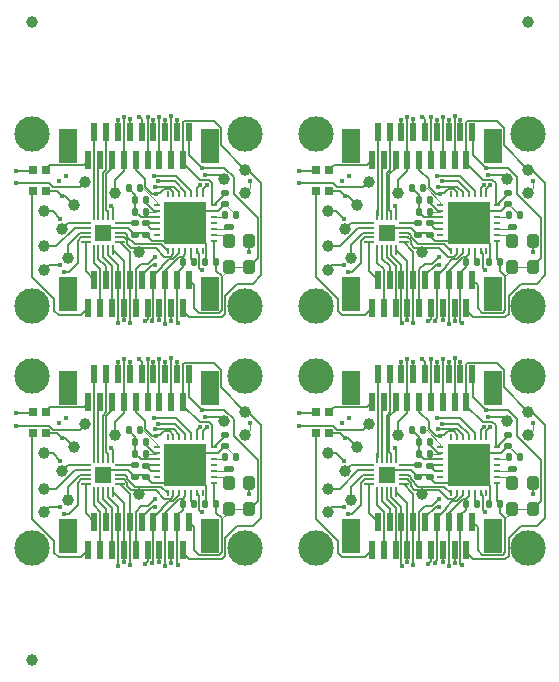
<source format=gbr>
%TF.GenerationSoftware,KiCad,Pcbnew,7.0.2-6a45011f42~172~ubuntu22.04.1*%
%TF.CreationDate,2023-05-19T13:44:39+01:00*%
%TF.ProjectId,panel,70616e65-6c2e-46b6-9963-61645f706362,rev?*%
%TF.SameCoordinates,Original*%
%TF.FileFunction,Copper,L1,Top*%
%TF.FilePolarity,Positive*%
%FSLAX46Y46*%
G04 Gerber Fmt 4.6, Leading zero omitted, Abs format (unit mm)*
G04 Created by KiCad (PCBNEW 7.0.2-6a45011f42~172~ubuntu22.04.1) date 2023-05-19 13:44:39*
%MOMM*%
%LPD*%
G01*
G04 APERTURE LIST*
G04 Aperture macros list*
%AMRoundRect*
0 Rectangle with rounded corners*
0 $1 Rounding radius*
0 $2 $3 $4 $5 $6 $7 $8 $9 X,Y pos of 4 corners*
0 Add a 4 corners polygon primitive as box body*
4,1,4,$2,$3,$4,$5,$6,$7,$8,$9,$2,$3,0*
0 Add four circle primitives for the rounded corners*
1,1,$1+$1,$2,$3*
1,1,$1+$1,$4,$5*
1,1,$1+$1,$6,$7*
1,1,$1+$1,$8,$9*
0 Add four rect primitives between the rounded corners*
20,1,$1+$1,$2,$3,$4,$5,0*
20,1,$1+$1,$4,$5,$6,$7,0*
20,1,$1+$1,$6,$7,$8,$9,0*
20,1,$1+$1,$8,$9,$2,$3,0*%
G04 Aperture macros list end*
%TA.AperFunction,NonConductor*%
%ADD10C,0.254000*%
%TD*%
%TA.AperFunction,SMDPad,CuDef*%
%ADD11RoundRect,0.140000X0.170000X-0.140000X0.170000X0.140000X-0.170000X0.140000X-0.170000X-0.140000X0*%
%TD*%
%TA.AperFunction,SMDPad,CuDef*%
%ADD12RoundRect,0.140000X0.140000X0.170000X-0.140000X0.170000X-0.140000X-0.170000X0.140000X-0.170000X0*%
%TD*%
%TA.AperFunction,SMDPad,CuDef*%
%ADD13C,1.000000*%
%TD*%
%TA.AperFunction,SMDPad,CuDef*%
%ADD14RoundRect,0.140000X-0.140000X-0.170000X0.140000X-0.170000X0.140000X0.170000X-0.140000X0.170000X0*%
%TD*%
%TA.AperFunction,SMDPad,CuDef*%
%ADD15RoundRect,0.140000X-0.170000X0.140000X-0.170000X-0.140000X0.170000X-0.140000X0.170000X0.140000X0*%
%TD*%
%TA.AperFunction,SMDPad,CuDef*%
%ADD16R,0.500000X1.600000*%
%TD*%
%TA.AperFunction,SMDPad,CuDef*%
%ADD17R,1.500000X2.900000*%
%TD*%
%TA.AperFunction,SMDPad,CuDef*%
%ADD18C,3.000000*%
%TD*%
%TA.AperFunction,SMDPad,CuDef*%
%ADD19R,0.250000X0.600000*%
%TD*%
%TA.AperFunction,SMDPad,CuDef*%
%ADD20R,0.600000X0.250000*%
%TD*%
%TA.AperFunction,SMDPad,CuDef*%
%ADD21R,3.600000X3.600000*%
%TD*%
%TA.AperFunction,SMDPad,CuDef*%
%ADD22RoundRect,0.237500X0.237500X0.362500X-0.237500X0.362500X-0.237500X-0.362500X0.237500X-0.362500X0*%
%TD*%
%TA.AperFunction,SMDPad,CuDef*%
%ADD23RoundRect,0.237500X-0.237500X0.362500X-0.237500X-0.362500X0.237500X-0.362500X0.237500X0.362500X0*%
%TD*%
%TA.AperFunction,SMDPad,CuDef*%
%ADD24R,0.700000X0.700000*%
%TD*%
%TA.AperFunction,SMDPad,CuDef*%
%ADD25RoundRect,0.050000X0.375000X0.050000X-0.375000X0.050000X-0.375000X-0.050000X0.375000X-0.050000X0*%
%TD*%
%TA.AperFunction,SMDPad,CuDef*%
%ADD26RoundRect,0.050000X0.050000X0.375000X-0.050000X0.375000X-0.050000X-0.375000X0.050000X-0.375000X0*%
%TD*%
%TA.AperFunction,SMDPad,CuDef*%
%ADD27R,1.400000X1.400000*%
%TD*%
%TA.AperFunction,ViaPad*%
%ADD28C,0.400000*%
%TD*%
%TA.AperFunction,Conductor*%
%ADD29C,0.127000*%
%TD*%
%TA.AperFunction,Conductor*%
%ADD30C,0.100000*%
%TD*%
G04 APERTURE END LIST*
D10*
X49350002Y-20200000D02*
X49900002Y-20200000D01*
X49900002Y-20450000D01*
X49350002Y-20450000D01*
X49350002Y-20200000D01*
X49350002Y-40700001D02*
X49900002Y-40700001D01*
X49900002Y-40950001D01*
X49350002Y-40950001D01*
X49350002Y-40700001D01*
X25350001Y-20200000D02*
X25900001Y-20200000D01*
X25900001Y-20450000D01*
X25350001Y-20450000D01*
X25350001Y-20200000D01*
X25350001Y-40700001D02*
X25900001Y-40700001D01*
X25900001Y-40950001D01*
X25350001Y-40950001D01*
X25350001Y-40700001D01*
D11*
%TO.P,C8,1*%
%TO.N,Board_0-GND*%
X17650001Y-21000000D03*
%TO.P,C8,2*%
%TO.N,Board_0-/Vcap*%
X17650001Y-20040000D03*
%TD*%
D12*
%TO.P,C7,1*%
%TO.N,Board_0-+3.3V*%
X24590001Y-23320000D03*
%TO.P,C7,2*%
%TO.N,Board_0-GND*%
X23630001Y-23320000D03*
%TD*%
D13*
%TO.P,TP7,1,1*%
%TO.N,Board_1-RESETB*%
X34000003Y-19000000D03*
%TD*%
%TO.P,TP7,1,1*%
%TO.N,Board_3-RESETB*%
X34000003Y-39500001D03*
%TD*%
D14*
%TO.P,C4,1*%
%TO.N,Board_0-/ADS1293CISQE_0402_unit/RLDINV*%
X17700001Y-18060000D03*
%TO.P,C4,2*%
%TO.N,Board_0-/ADS1293CISQE_0402_unit/RLDOUT*%
X18660001Y-18060000D03*
%TD*%
D13*
%TO.P,TP3,1,1*%
%TO.N,Board_2-OUT2*%
X10000001Y-42500001D03*
%TD*%
%TO.P,TP2,1,1*%
%TO.N,Board_1-OUT1*%
X36000002Y-23000000D03*
%TD*%
%TO.P,TP10,1,1*%
%TO.N,Board_3-GND*%
X34000002Y-44500001D03*
%TD*%
D15*
%TO.P,C5,1*%
%TO.N,Board_0-+5VA*%
X25300001Y-17440000D03*
%TO.P,C5,2*%
%TO.N,Board_0-GND*%
X25300001Y-18400000D03*
%TD*%
D12*
%TO.P,R3,1*%
%TO.N,Board_1-/ADS1293CISQE_0402_unit/sdo*%
X46680002Y-23320000D03*
%TO.P,R3,2*%
%TO.N,Board_1-DOUT*%
X45720002Y-23320000D03*
%TD*%
D14*
%TO.P,C6,1*%
%TO.N,Board_0-/ADS1293CISQE_0402_unit/cvref*%
X25320001Y-19350000D03*
%TO.P,C6,2*%
%TO.N,Board_0-GND*%
X26280001Y-19350000D03*
%TD*%
D12*
%TO.P,C7,1*%
%TO.N,Board_3-+3.3V*%
X48590002Y-43820001D03*
%TO.P,C7,2*%
%TO.N,Board_3-GND*%
X47630002Y-43820001D03*
%TD*%
D16*
%TO.P,J2,1,1*%
%TO.N,Board_0-+3.3V*%
X22250001Y-12300000D03*
%TO.P,J2,2,2*%
%TO.N,Board_0-+5VA*%
X21750001Y-14700000D03*
%TO.P,J2,3,3*%
%TO.N,Board_0-DOUT*%
X21250001Y-12300000D03*
%TO.P,J2,4,4*%
%TO.N,Board_0-GND*%
X20750001Y-14700000D03*
%TO.P,J2,5,5*%
%TO.N,Board_0-DIN*%
X20250001Y-12300000D03*
%TO.P,J2,6,6*%
%TO.N,Board_0-AUX2*%
X19750001Y-14700000D03*
%TO.P,J2,7,7*%
%TO.N,Board_0-SCLK*%
X19250001Y-12300000D03*
%TO.P,J2,8,8*%
%TO.N,Board_0-AUX1*%
X18750001Y-14700000D03*
%TO.P,J2,9,9*%
%TO.N,Board_0-GND*%
X18250001Y-12300000D03*
%TO.P,J2,10,10*%
%TO.N,Board_0-IN_ref*%
X17750001Y-14700000D03*
%TO.P,J2,11,11*%
%TO.N,Board_0-RESETB*%
X17250001Y-12300000D03*
%TO.P,J2,12,12*%
%TO.N,Board_0-I2C_SCL*%
X16750001Y-14700000D03*
%TO.P,J2,13,13*%
%TO.N,Board_0-I2C_SDA*%
X16250001Y-12300000D03*
%TO.P,J2,14,14*%
%TO.N,Board_0-ADD_OUT4*%
X15750001Y-14700000D03*
%TO.P,J2,15,15*%
%TO.N,Board_0-ADD_OUT3*%
X15250001Y-12300000D03*
%TO.P,J2,16,16*%
%TO.N,Board_0-ADD_OUT2*%
X14750001Y-14700000D03*
%TO.P,J2,17,17*%
%TO.N,Board_0-ADD_OUT1*%
X14250001Y-12300000D03*
%TO.P,J2,18,18*%
%TO.N,Board_0-LED_OUT*%
X13750001Y-14700000D03*
D17*
%TO.P,J2,19,sh1*%
%TO.N,Board_0-unconnected-(J2-sh1-Pad19)*%
X24000001Y-13500000D03*
%TO.P,J2,20,sh2*%
%TO.N,Board_0-unconnected-(J2-sh2-Pad20)*%
X12000001Y-13500000D03*
%TD*%
D18*
%TO.P,I1,1,conn*%
%TO.N,Board_3-unconnected-(I1-conn-Pad1)*%
X33000002Y-47500001D03*
%TD*%
D13*
%TO.P,TP12,1,1*%
%TO.N,Board_1-+3.3V*%
X36500002Y-18500000D03*
%TD*%
D19*
%TO.P,U1,1,IN1*%
%TO.N,Board_2-IN1*%
X23450001Y-38100001D03*
%TO.P,U1,2,IN2*%
%TO.N,Board_2-IN2*%
X22950002Y-38100001D03*
%TO.P,U1,3,IN3*%
%TO.N,Board_2-IN3*%
X22450000Y-38100001D03*
%TO.P,U1,4,IN4*%
%TO.N,Board_2-IN4*%
X21950001Y-38100001D03*
%TO.P,U1,5,IN5*%
%TO.N,Board_2-IN5*%
X21450002Y-38100001D03*
%TO.P,U1,6,IN6*%
%TO.N,Board_2-IN_ref*%
X20950000Y-38100001D03*
%TO.P,U1,7,WCT*%
%TO.N,Board_2-unconnected-(U1-WCT-Pad7)*%
X20450001Y-38100001D03*
D20*
%TO.P,U1,8,CMOUT*%
%TO.N,Board_2-/ADS1293CISQE_0402_unit/CMOUT*%
X19550001Y-39000001D03*
%TO.P,U1,9,RLDOUT*%
%TO.N,Board_2-/ADS1293CISQE_0402_unit/RLDOUT*%
X19550001Y-39500000D03*
%TO.P,U1,10,RLDINV*%
%TO.N,Board_2-/ADS1293CISQE_0402_unit/RLDINV*%
X19550001Y-40000002D03*
%TO.P,U1,11,RLDIN*%
%TO.N,Board_2-/ADS1293CISQE_0402_unit/RLDREF*%
X19550001Y-40500001D03*
%TO.P,U1,12,RLDREF*%
X19550001Y-41000000D03*
%TO.P,U1,13,SYNCB*%
%TO.N,Board_2-unconnected-(U1-SYNCB-Pad13)*%
X19550001Y-41500002D03*
%TO.P,U1,14,VSSIO*%
%TO.N,Board_2-GND*%
X19550001Y-42000001D03*
D19*
%TO.P,U1,15,ALARMB*%
%TO.N,Board_2-/ADS1293CISQE_0402_unit/ALARMB*%
X20450001Y-42900001D03*
%TO.P,U1,16,CSB*%
%TO.N,Board_2-CSB*%
X20950000Y-42900001D03*
%TO.P,U1,17,SCLK*%
%TO.N,Board_2-SCLK*%
X21450002Y-42900001D03*
%TO.P,U1,18,SDI*%
%TO.N,Board_2-DIN*%
X21950001Y-42900001D03*
%TO.P,U1,19,SDO*%
%TO.N,Board_2-/ADS1293CISQE_0402_unit/sdo*%
X22450000Y-42900001D03*
%TO.P,U1,20,DRDYB*%
%TO.N,Board_2-/ADS1293CISQE_0402_unit/D_RDYB*%
X22950002Y-42900001D03*
%TO.P,U1,21,CLK*%
%TO.N,Board_2-unconnected-(U1-CLK-Pad21)*%
X23450001Y-42900001D03*
D20*
%TO.P,U1,22,VDDIO*%
%TO.N,Board_2-+3.3V*%
X24350001Y-42000001D03*
%TO.P,U1,23,XTAL1*%
%TO.N,Board_2-/ADS1293CISQE_0402_unit/XTAL2*%
X24350001Y-41500002D03*
%TO.P,U1,24,XTAL2*%
%TO.N,Board_2-/ADS1293CISQE_0402_unit/XTAL1*%
X24350001Y-41000000D03*
%TO.P,U1,25,RSTB*%
%TO.N,Board_2-unconnected-(U1-RSTB-Pad25)*%
X24350001Y-40500001D03*
%TO.P,U1,26,CVREF*%
%TO.N,Board_2-/ADS1293CISQE_0402_unit/cvref*%
X24350001Y-40000002D03*
%TO.P,U1,27,VSS*%
%TO.N,Board_2-GND*%
X24350001Y-39500000D03*
%TO.P,U1,28,VDD*%
%TO.N,Board_2-+5VA*%
X24350001Y-39000001D03*
D21*
%TO.P,U1,29,EPAD*%
%TO.N,Board_2-GND*%
X21950001Y-40500001D03*
%TD*%
D13*
%TO.P,TP5,1,1*%
%TO.N,Board_2-I2C_SCL*%
X15990001Y-37980001D03*
%TD*%
D18*
%TO.P,I2,1,conn*%
%TO.N,Board_3-unconnected-(I2-conn-Pad1)*%
X51000002Y-47500001D03*
%TD*%
D13*
%TO.P,TP9,1,1*%
%TO.N,Board_0-OUT3*%
X11500002Y-20499999D03*
%TD*%
D15*
%TO.P,C5,1*%
%TO.N,Board_3-+5VA*%
X49300002Y-37940001D03*
%TO.P,C5,2*%
%TO.N,Board_3-GND*%
X49300002Y-38900001D03*
%TD*%
D11*
%TO.P,C8,1*%
%TO.N,Board_3-GND*%
X41650002Y-41500001D03*
%TO.P,C8,2*%
%TO.N,Board_3-/Vcap*%
X41650002Y-40540001D03*
%TD*%
D13*
%TO.P,TP2,1,1*%
%TO.N,Board_2-OUT1*%
X12000001Y-43500001D03*
%TD*%
%TO.P,TP1,1,1*%
%TO.N,Board_0-CSB*%
X18000001Y-22500000D03*
%TD*%
%TO.P,TP4,1,1*%
%TO.N,Board_2-I2C_SDA*%
X13500001Y-37000001D03*
%TD*%
D14*
%TO.P,R2,1*%
%TO.N,Board_1-/ADS1293CISQE_0402_unit/RLDINV*%
X41700002Y-19040000D03*
%TO.P,R2,2*%
%TO.N,Board_1-/ADS1293CISQE_0402_unit/RLDOUT*%
X42660002Y-19040000D03*
%TD*%
D13*
%TO.P,TP8,1,1*%
%TO.N,Board_0-AUX2*%
X27000001Y-17500000D03*
%TD*%
D14*
%TO.P,C6,1*%
%TO.N,Board_1-/ADS1293CISQE_0402_unit/cvref*%
X49320002Y-19350000D03*
%TO.P,C6,2*%
%TO.N,Board_1-GND*%
X50280002Y-19350000D03*
%TD*%
D16*
%TO.P,J2,1,1*%
%TO.N,Board_2-+3.3V*%
X22250001Y-32800001D03*
%TO.P,J2,2,2*%
%TO.N,Board_2-+5VA*%
X21750001Y-35200001D03*
%TO.P,J2,3,3*%
%TO.N,Board_2-DOUT*%
X21250001Y-32800001D03*
%TO.P,J2,4,4*%
%TO.N,Board_2-GND*%
X20750001Y-35200001D03*
%TO.P,J2,5,5*%
%TO.N,Board_2-DIN*%
X20250001Y-32800001D03*
%TO.P,J2,6,6*%
%TO.N,Board_2-AUX2*%
X19750001Y-35200001D03*
%TO.P,J2,7,7*%
%TO.N,Board_2-SCLK*%
X19250001Y-32800001D03*
%TO.P,J2,8,8*%
%TO.N,Board_2-AUX1*%
X18750001Y-35200001D03*
%TO.P,J2,9,9*%
%TO.N,Board_2-GND*%
X18250001Y-32800001D03*
%TO.P,J2,10,10*%
%TO.N,Board_2-IN_ref*%
X17750001Y-35200001D03*
%TO.P,J2,11,11*%
%TO.N,Board_2-RESETB*%
X17250001Y-32800001D03*
%TO.P,J2,12,12*%
%TO.N,Board_2-I2C_SCL*%
X16750001Y-35200001D03*
%TO.P,J2,13,13*%
%TO.N,Board_2-I2C_SDA*%
X16250001Y-32800001D03*
%TO.P,J2,14,14*%
%TO.N,Board_2-ADD_OUT4*%
X15750001Y-35200001D03*
%TO.P,J2,15,15*%
%TO.N,Board_2-ADD_OUT3*%
X15250001Y-32800001D03*
%TO.P,J2,16,16*%
%TO.N,Board_2-ADD_OUT2*%
X14750001Y-35200001D03*
%TO.P,J2,17,17*%
%TO.N,Board_2-ADD_OUT1*%
X14250001Y-32800001D03*
%TO.P,J2,18,18*%
%TO.N,Board_2-LED_OUT*%
X13750001Y-35200001D03*
D17*
%TO.P,J2,19,sh1*%
%TO.N,Board_2-unconnected-(J2-sh1-Pad19)*%
X24000001Y-34000001D03*
%TO.P,J2,20,sh2*%
%TO.N,Board_2-unconnected-(J2-sh2-Pad20)*%
X12000001Y-34000001D03*
%TD*%
D13*
%TO.P,TP9,1,1*%
%TO.N,Board_1-OUT3*%
X35500003Y-20499999D03*
%TD*%
D18*
%TO.P,I4,1,conn*%
%TO.N,Board_0-unconnected-(I4-conn-Pad1)*%
X9000001Y-12500000D03*
%TD*%
D22*
%TO.P,XTAL1,1,EN*%
%TO.N,Board_1-+3.3V*%
X51380002Y-23730000D03*
%TO.P,XTAL1,2,GND*%
%TO.N,Board_1-GND*%
X51380002Y-21530000D03*
%TO.P,XTAL1,3,o*%
%TO.N,Board_1-/ADS1293CISQE_0402_unit/XTAL2*%
X49630002Y-21530000D03*
D23*
%TO.P,XTAL1,4,VDD*%
%TO.N,Board_1-+3.3V*%
X49630002Y-23730000D03*
%TD*%
D18*
%TO.P,I4,1,conn*%
%TO.N,Board_3-unconnected-(I4-conn-Pad1)*%
X33000002Y-33000001D03*
%TD*%
%TO.P,I3,1,conn*%
%TO.N,Board_2-unconnected-(I3-conn-Pad1)*%
X27000001Y-33000001D03*
%TD*%
D13*
%TO.P,TP6,1,1*%
%TO.N,Board_2-AUX1*%
X25200001Y-36790001D03*
%TD*%
D24*
%TO.P,LED1,1,DO*%
%TO.N,Board_2-LED_OUT*%
X10150001Y-35985001D03*
%TO.P,LED1,2,GND*%
%TO.N,Board_2-GND*%
X9050001Y-35985001D03*
%TO.P,LED1,3,DI*%
%TO.N,Board_2-LED_IN*%
X9050001Y-37815001D03*
%TO.P,LED1,4,VDD*%
%TO.N,Board_2-+3.3V*%
X10150001Y-37815001D03*
%TD*%
D15*
%TO.P,C5,1*%
%TO.N,Board_2-+5VA*%
X25300001Y-37940001D03*
%TO.P,C5,2*%
%TO.N,Board_2-GND*%
X25300001Y-38900001D03*
%TD*%
D25*
%TO.P,U2,1,RESETB*%
%TO.N,Board_0-RESETB*%
X16440001Y-21620000D03*
%TO.P,U2,2,GPIO*%
%TO.N,Board_0-CSB*%
X16440001Y-21220000D03*
%TO.P,U2,3,GPIO*%
%TO.N,Board_0-ALARMB*%
X16440001Y-20820000D03*
%TO.P,U2,4,GND*%
%TO.N,Board_0-GND*%
X16440001Y-20420000D03*
%TO.P,U2,5,Vcap*%
%TO.N,Board_0-/Vcap*%
X16440001Y-20020000D03*
D26*
%TO.P,U2,6,AVCC*%
%TO.N,Board_0-+3.3V*%
X15790001Y-19370000D03*
%TO.P,U2,7,GPIO*%
%TO.N,Board_0-ADD_OUT4*%
X15390001Y-19370000D03*
%TO.P,U2,8,GPIO*%
%TO.N,Board_0-ADD_OUT3*%
X14990001Y-19370000D03*
%TO.P,U2,9,GPIO*%
%TO.N,Board_0-ADD_OUT2*%
X14590001Y-19370000D03*
%TO.P,U2,10,GPIO*%
%TO.N,Board_0-ADD_OUT1*%
X14190001Y-19370000D03*
D25*
%TO.P,U2,11,GPIO*%
%TO.N,Board_0-OUT3*%
X13540001Y-20020000D03*
%TO.P,U2,12,GPIO*%
%TO.N,Board_0-OUT2*%
X13540001Y-20420000D03*
%TO.P,U2,13,GPIO*%
%TO.N,Board_0-OUT1*%
X13540001Y-20820000D03*
%TO.P,U2,14,GPIO*%
%TO.N,Board_0-D_RDYB*%
X13540001Y-21220000D03*
%TO.P,U2,15,GPIO*%
%TO.N,Board_0-ADD_IN1*%
X13540001Y-21620000D03*
D26*
%TO.P,U2,16,GPIO*%
%TO.N,Board_0-ADD_IN2*%
X14190001Y-22270000D03*
%TO.P,U2,17,GPIO*%
%TO.N,Board_0-ADD_IN3*%
X14590001Y-22270000D03*
%TO.P,U2,18,GPIO*%
%TO.N,Board_0-ADD_IN4*%
X14990001Y-22270000D03*
%TO.P,U2,19,I2C_SDA*%
%TO.N,Board_0-I2C_SDA*%
X15390001Y-22270000D03*
%TO.P,U2,20,I2C_SCL*%
%TO.N,Board_0-I2C_SCL*%
X15790001Y-22270000D03*
D27*
%TO.P,U2,21,GPIO*%
%TO.N,Board_0-GND*%
X14990001Y-20820000D03*
%TD*%
D19*
%TO.P,U1,1,IN1*%
%TO.N,Board_3-IN1*%
X47450002Y-38100001D03*
%TO.P,U1,2,IN2*%
%TO.N,Board_3-IN2*%
X46950003Y-38100001D03*
%TO.P,U1,3,IN3*%
%TO.N,Board_3-IN3*%
X46450001Y-38100001D03*
%TO.P,U1,4,IN4*%
%TO.N,Board_3-IN4*%
X45950002Y-38100001D03*
%TO.P,U1,5,IN5*%
%TO.N,Board_3-IN5*%
X45450003Y-38100001D03*
%TO.P,U1,6,IN6*%
%TO.N,Board_3-IN_ref*%
X44950001Y-38100001D03*
%TO.P,U1,7,WCT*%
%TO.N,Board_3-unconnected-(U1-WCT-Pad7)*%
X44450002Y-38100001D03*
D20*
%TO.P,U1,8,CMOUT*%
%TO.N,Board_3-/ADS1293CISQE_0402_unit/CMOUT*%
X43550002Y-39000001D03*
%TO.P,U1,9,RLDOUT*%
%TO.N,Board_3-/ADS1293CISQE_0402_unit/RLDOUT*%
X43550002Y-39500000D03*
%TO.P,U1,10,RLDINV*%
%TO.N,Board_3-/ADS1293CISQE_0402_unit/RLDINV*%
X43550002Y-40000002D03*
%TO.P,U1,11,RLDIN*%
%TO.N,Board_3-/ADS1293CISQE_0402_unit/RLDREF*%
X43550002Y-40500001D03*
%TO.P,U1,12,RLDREF*%
X43550002Y-41000000D03*
%TO.P,U1,13,SYNCB*%
%TO.N,Board_3-unconnected-(U1-SYNCB-Pad13)*%
X43550002Y-41500002D03*
%TO.P,U1,14,VSSIO*%
%TO.N,Board_3-GND*%
X43550002Y-42000001D03*
D19*
%TO.P,U1,15,ALARMB*%
%TO.N,Board_3-/ADS1293CISQE_0402_unit/ALARMB*%
X44450002Y-42900001D03*
%TO.P,U1,16,CSB*%
%TO.N,Board_3-CSB*%
X44950001Y-42900001D03*
%TO.P,U1,17,SCLK*%
%TO.N,Board_3-SCLK*%
X45450003Y-42900001D03*
%TO.P,U1,18,SDI*%
%TO.N,Board_3-DIN*%
X45950002Y-42900001D03*
%TO.P,U1,19,SDO*%
%TO.N,Board_3-/ADS1293CISQE_0402_unit/sdo*%
X46450001Y-42900001D03*
%TO.P,U1,20,DRDYB*%
%TO.N,Board_3-/ADS1293CISQE_0402_unit/D_RDYB*%
X46950003Y-42900001D03*
%TO.P,U1,21,CLK*%
%TO.N,Board_3-unconnected-(U1-CLK-Pad21)*%
X47450002Y-42900001D03*
D20*
%TO.P,U1,22,VDDIO*%
%TO.N,Board_3-+3.3V*%
X48350002Y-42000001D03*
%TO.P,U1,23,XTAL1*%
%TO.N,Board_3-/ADS1293CISQE_0402_unit/XTAL2*%
X48350002Y-41500002D03*
%TO.P,U1,24,XTAL2*%
%TO.N,Board_3-/ADS1293CISQE_0402_unit/XTAL1*%
X48350002Y-41000000D03*
%TO.P,U1,25,RSTB*%
%TO.N,Board_3-unconnected-(U1-RSTB-Pad25)*%
X48350002Y-40500001D03*
%TO.P,U1,26,CVREF*%
%TO.N,Board_3-/ADS1293CISQE_0402_unit/cvref*%
X48350002Y-40000002D03*
%TO.P,U1,27,VSS*%
%TO.N,Board_3-GND*%
X48350002Y-39500000D03*
%TO.P,U1,28,VDD*%
%TO.N,Board_3-+5VA*%
X48350002Y-39000001D03*
D21*
%TO.P,U1,29,EPAD*%
%TO.N,Board_3-GND*%
X45950002Y-40500001D03*
%TD*%
D12*
%TO.P,C7,1*%
%TO.N,Board_1-+3.3V*%
X48590002Y-23320000D03*
%TO.P,C7,2*%
%TO.N,Board_1-GND*%
X47630002Y-23320000D03*
%TD*%
D13*
%TO.P,TP2,1,1*%
%TO.N,Board_3-OUT1*%
X36000002Y-43500001D03*
%TD*%
D16*
%TO.P,J1,1,1*%
%TO.N,Board_3-LED_IN*%
X37750002Y-47700001D03*
%TO.P,J1,2,2*%
%TO.N,Board_3-ADD_IN1*%
X38250002Y-45300001D03*
%TO.P,J1,3,3*%
%TO.N,Board_3-ADD_IN2*%
X38750002Y-47700001D03*
%TO.P,J1,4,4*%
%TO.N,Board_3-ADD_IN3*%
X39250002Y-45300001D03*
%TO.P,J1,5,5*%
%TO.N,Board_3-ADD_IN4*%
X39750002Y-47700001D03*
%TO.P,J1,6,6*%
%TO.N,Board_3-I2C_SDA*%
X40250002Y-45300001D03*
%TO.P,J1,7,7*%
%TO.N,Board_3-I2C_SCL*%
X40750002Y-47700001D03*
%TO.P,J1,8,8*%
%TO.N,Board_3-RESETB*%
X41250002Y-45300001D03*
%TO.P,J1,9,9*%
%TO.N,Board_3-IN_ref*%
X41750002Y-47700001D03*
%TO.P,J1,10,10*%
%TO.N,Board_3-GND*%
X42250002Y-45300001D03*
%TO.P,J1,11,11*%
%TO.N,Board_3-AUX1*%
X42750002Y-47700001D03*
%TO.P,J1,12,12*%
%TO.N,Board_3-SCLK*%
X43250002Y-45300001D03*
%TO.P,J1,13,13*%
%TO.N,Board_3-AUX2*%
X43750002Y-47700001D03*
%TO.P,J1,14,14*%
%TO.N,Board_3-DIN*%
X44250002Y-45300001D03*
%TO.P,J1,15,15*%
%TO.N,Board_3-GND*%
X44750002Y-47700001D03*
%TO.P,J1,16,16*%
%TO.N,Board_3-DOUT*%
X45250002Y-45300001D03*
%TO.P,J1,17,17*%
%TO.N,Board_3-+5VA*%
X45750002Y-47700001D03*
%TO.P,J1,18,18*%
%TO.N,Board_3-+3.3V*%
X46250002Y-45300001D03*
D17*
%TO.P,J1,19,sh1*%
%TO.N,Board_3-unconnected-(J1-sh1-Pad19)*%
X36000002Y-46500001D03*
%TO.P,J1,20,sh2*%
%TO.N,Board_3-unconnected-(J1-sh2-Pad20)*%
X48000002Y-46500001D03*
%TD*%
D13*
%TO.P,TP8,1,1*%
%TO.N,Board_2-AUX2*%
X27000001Y-38000001D03*
%TD*%
%TO.P,TP6,1,1*%
%TO.N,Board_3-AUX1*%
X49200002Y-36790001D03*
%TD*%
D19*
%TO.P,U1,1,IN1*%
%TO.N,Board_1-IN1*%
X47450002Y-17600000D03*
%TO.P,U1,2,IN2*%
%TO.N,Board_1-IN2*%
X46950003Y-17600000D03*
%TO.P,U1,3,IN3*%
%TO.N,Board_1-IN3*%
X46450001Y-17600000D03*
%TO.P,U1,4,IN4*%
%TO.N,Board_1-IN4*%
X45950002Y-17600000D03*
%TO.P,U1,5,IN5*%
%TO.N,Board_1-IN5*%
X45450003Y-17600000D03*
%TO.P,U1,6,IN6*%
%TO.N,Board_1-IN_ref*%
X44950001Y-17600000D03*
%TO.P,U1,7,WCT*%
%TO.N,Board_1-unconnected-(U1-WCT-Pad7)*%
X44450002Y-17600000D03*
D20*
%TO.P,U1,8,CMOUT*%
%TO.N,Board_1-/ADS1293CISQE_0402_unit/CMOUT*%
X43550002Y-18500000D03*
%TO.P,U1,9,RLDOUT*%
%TO.N,Board_1-/ADS1293CISQE_0402_unit/RLDOUT*%
X43550002Y-18999999D03*
%TO.P,U1,10,RLDINV*%
%TO.N,Board_1-/ADS1293CISQE_0402_unit/RLDINV*%
X43550002Y-19500001D03*
%TO.P,U1,11,RLDIN*%
%TO.N,Board_1-/ADS1293CISQE_0402_unit/RLDREF*%
X43550002Y-20000000D03*
%TO.P,U1,12,RLDREF*%
X43550002Y-20499999D03*
%TO.P,U1,13,SYNCB*%
%TO.N,Board_1-unconnected-(U1-SYNCB-Pad13)*%
X43550002Y-21000001D03*
%TO.P,U1,14,VSSIO*%
%TO.N,Board_1-GND*%
X43550002Y-21500000D03*
D19*
%TO.P,U1,15,ALARMB*%
%TO.N,Board_1-/ADS1293CISQE_0402_unit/ALARMB*%
X44450002Y-22400000D03*
%TO.P,U1,16,CSB*%
%TO.N,Board_1-CSB*%
X44950001Y-22400000D03*
%TO.P,U1,17,SCLK*%
%TO.N,Board_1-SCLK*%
X45450003Y-22400000D03*
%TO.P,U1,18,SDI*%
%TO.N,Board_1-DIN*%
X45950002Y-22400000D03*
%TO.P,U1,19,SDO*%
%TO.N,Board_1-/ADS1293CISQE_0402_unit/sdo*%
X46450001Y-22400000D03*
%TO.P,U1,20,DRDYB*%
%TO.N,Board_1-/ADS1293CISQE_0402_unit/D_RDYB*%
X46950003Y-22400000D03*
%TO.P,U1,21,CLK*%
%TO.N,Board_1-unconnected-(U1-CLK-Pad21)*%
X47450002Y-22400000D03*
D20*
%TO.P,U1,22,VDDIO*%
%TO.N,Board_1-+3.3V*%
X48350002Y-21500000D03*
%TO.P,U1,23,XTAL1*%
%TO.N,Board_1-/ADS1293CISQE_0402_unit/XTAL2*%
X48350002Y-21000001D03*
%TO.P,U1,24,XTAL2*%
%TO.N,Board_1-/ADS1293CISQE_0402_unit/XTAL1*%
X48350002Y-20499999D03*
%TO.P,U1,25,RSTB*%
%TO.N,Board_1-unconnected-(U1-RSTB-Pad25)*%
X48350002Y-20000000D03*
%TO.P,U1,26,CVREF*%
%TO.N,Board_1-/ADS1293CISQE_0402_unit/cvref*%
X48350002Y-19500001D03*
%TO.P,U1,27,VSS*%
%TO.N,Board_1-GND*%
X48350002Y-18999999D03*
%TO.P,U1,28,VDD*%
%TO.N,Board_1-+5VA*%
X48350002Y-18500000D03*
D21*
%TO.P,U1,29,EPAD*%
%TO.N,Board_1-GND*%
X45950002Y-20000000D03*
%TD*%
D13*
%TO.P,TP6,1,1*%
%TO.N,Board_0-AUX1*%
X25200001Y-16290000D03*
%TD*%
D22*
%TO.P,XTAL1,1,EN*%
%TO.N,Board_2-+3.3V*%
X27380001Y-44230001D03*
%TO.P,XTAL1,2,GND*%
%TO.N,Board_2-GND*%
X27380001Y-42030001D03*
%TO.P,XTAL1,3,o*%
%TO.N,Board_2-/ADS1293CISQE_0402_unit/XTAL2*%
X25630001Y-42030001D03*
D23*
%TO.P,XTAL1,4,VDD*%
%TO.N,Board_2-+3.3V*%
X25630001Y-44230001D03*
%TD*%
D13*
%TO.P,TP9,1,1*%
%TO.N,Board_2-OUT3*%
X11500002Y-41000000D03*
%TD*%
D14*
%TO.P,R2,1*%
%TO.N,Board_2-/ADS1293CISQE_0402_unit/RLDINV*%
X17700001Y-39540001D03*
%TO.P,R2,2*%
%TO.N,Board_2-/ADS1293CISQE_0402_unit/RLDOUT*%
X18660001Y-39540001D03*
%TD*%
D13*
%TO.P,TP12,1,1*%
%TO.N,Board_0-+3.3V*%
X12500001Y-18500000D03*
%TD*%
D14*
%TO.P,R2,1*%
%TO.N,Board_3-/ADS1293CISQE_0402_unit/RLDINV*%
X41700002Y-39540001D03*
%TO.P,R2,2*%
%TO.N,Board_3-/ADS1293CISQE_0402_unit/RLDOUT*%
X42660002Y-39540001D03*
%TD*%
%TO.P,R1,1*%
%TO.N,Board_3-/ADS1293CISQE_0402_unit/RLDINV*%
X41150002Y-37570001D03*
%TO.P,R1,2*%
%TO.N,Board_3-/ADS1293CISQE_0402_unit/CMOUT*%
X42110002Y-37570001D03*
%TD*%
D13*
%TO.P,TP7,1,1*%
%TO.N,Board_2-RESETB*%
X10000002Y-39500001D03*
%TD*%
D14*
%TO.P,C4,1*%
%TO.N,Board_1-/ADS1293CISQE_0402_unit/RLDINV*%
X41700002Y-18060000D03*
%TO.P,C4,2*%
%TO.N,Board_1-/ADS1293CISQE_0402_unit/RLDOUT*%
X42660002Y-18060000D03*
%TD*%
D18*
%TO.P,I1,1,conn*%
%TO.N,Board_0-unconnected-(I1-conn-Pad1)*%
X9000001Y-27000000D03*
%TD*%
D13*
%TO.P,TP2,1,1*%
%TO.N,Board_0-OUT1*%
X12000001Y-23000000D03*
%TD*%
D25*
%TO.P,U2,1,RESETB*%
%TO.N,Board_3-RESETB*%
X40440002Y-42120001D03*
%TO.P,U2,2,GPIO*%
%TO.N,Board_3-CSB*%
X40440002Y-41720001D03*
%TO.P,U2,3,GPIO*%
%TO.N,Board_3-ALARMB*%
X40440002Y-41320001D03*
%TO.P,U2,4,GND*%
%TO.N,Board_3-GND*%
X40440002Y-40920001D03*
%TO.P,U2,5,Vcap*%
%TO.N,Board_3-/Vcap*%
X40440002Y-40520001D03*
D26*
%TO.P,U2,6,AVCC*%
%TO.N,Board_3-+3.3V*%
X39790002Y-39870001D03*
%TO.P,U2,7,GPIO*%
%TO.N,Board_3-ADD_OUT4*%
X39390002Y-39870001D03*
%TO.P,U2,8,GPIO*%
%TO.N,Board_3-ADD_OUT3*%
X38990002Y-39870001D03*
%TO.P,U2,9,GPIO*%
%TO.N,Board_3-ADD_OUT2*%
X38590002Y-39870001D03*
%TO.P,U2,10,GPIO*%
%TO.N,Board_3-ADD_OUT1*%
X38190002Y-39870001D03*
D25*
%TO.P,U2,11,GPIO*%
%TO.N,Board_3-OUT3*%
X37540002Y-40520001D03*
%TO.P,U2,12,GPIO*%
%TO.N,Board_3-OUT2*%
X37540002Y-40920001D03*
%TO.P,U2,13,GPIO*%
%TO.N,Board_3-OUT1*%
X37540002Y-41320001D03*
%TO.P,U2,14,GPIO*%
%TO.N,Board_3-D_RDYB*%
X37540002Y-41720001D03*
%TO.P,U2,15,GPIO*%
%TO.N,Board_3-ADD_IN1*%
X37540002Y-42120001D03*
D26*
%TO.P,U2,16,GPIO*%
%TO.N,Board_3-ADD_IN2*%
X38190002Y-42770001D03*
%TO.P,U2,17,GPIO*%
%TO.N,Board_3-ADD_IN3*%
X38590002Y-42770001D03*
%TO.P,U2,18,GPIO*%
%TO.N,Board_3-ADD_IN4*%
X38990002Y-42770001D03*
%TO.P,U2,19,I2C_SDA*%
%TO.N,Board_3-I2C_SDA*%
X39390002Y-42770001D03*
%TO.P,U2,20,I2C_SCL*%
%TO.N,Board_3-I2C_SCL*%
X39790002Y-42770001D03*
D27*
%TO.P,U2,21,GPIO*%
%TO.N,Board_3-GND*%
X38990002Y-41320001D03*
%TD*%
D13*
%TO.P,TP11,1,1*%
%TO.N,Board_3-+5VA*%
X51000002Y-36000001D03*
%TD*%
%TO.P,TP10,1,1*%
%TO.N,Board_0-GND*%
X10000001Y-24000000D03*
%TD*%
D18*
%TO.P,I1,1,conn*%
%TO.N,Board_1-unconnected-(I1-conn-Pad1)*%
X33000002Y-27000000D03*
%TD*%
D13*
%TO.P,TP3,1,1*%
%TO.N,Board_1-OUT2*%
X34000002Y-22000000D03*
%TD*%
D16*
%TO.P,J2,1,1*%
%TO.N,Board_3-+3.3V*%
X46250002Y-32800001D03*
%TO.P,J2,2,2*%
%TO.N,Board_3-+5VA*%
X45750002Y-35200001D03*
%TO.P,J2,3,3*%
%TO.N,Board_3-DOUT*%
X45250002Y-32800001D03*
%TO.P,J2,4,4*%
%TO.N,Board_3-GND*%
X44750002Y-35200001D03*
%TO.P,J2,5,5*%
%TO.N,Board_3-DIN*%
X44250002Y-32800001D03*
%TO.P,J2,6,6*%
%TO.N,Board_3-AUX2*%
X43750002Y-35200001D03*
%TO.P,J2,7,7*%
%TO.N,Board_3-SCLK*%
X43250002Y-32800001D03*
%TO.P,J2,8,8*%
%TO.N,Board_3-AUX1*%
X42750002Y-35200001D03*
%TO.P,J2,9,9*%
%TO.N,Board_3-GND*%
X42250002Y-32800001D03*
%TO.P,J2,10,10*%
%TO.N,Board_3-IN_ref*%
X41750002Y-35200001D03*
%TO.P,J2,11,11*%
%TO.N,Board_3-RESETB*%
X41250002Y-32800001D03*
%TO.P,J2,12,12*%
%TO.N,Board_3-I2C_SCL*%
X40750002Y-35200001D03*
%TO.P,J2,13,13*%
%TO.N,Board_3-I2C_SDA*%
X40250002Y-32800001D03*
%TO.P,J2,14,14*%
%TO.N,Board_3-ADD_OUT4*%
X39750002Y-35200001D03*
%TO.P,J2,15,15*%
%TO.N,Board_3-ADD_OUT3*%
X39250002Y-32800001D03*
%TO.P,J2,16,16*%
%TO.N,Board_3-ADD_OUT2*%
X38750002Y-35200001D03*
%TO.P,J2,17,17*%
%TO.N,Board_3-ADD_OUT1*%
X38250002Y-32800001D03*
%TO.P,J2,18,18*%
%TO.N,Board_3-LED_OUT*%
X37750002Y-35200001D03*
D17*
%TO.P,J2,19,sh1*%
%TO.N,Board_3-unconnected-(J2-sh1-Pad19)*%
X48000002Y-34000001D03*
%TO.P,J2,20,sh2*%
%TO.N,Board_3-unconnected-(J2-sh2-Pad20)*%
X36000002Y-34000001D03*
%TD*%
D11*
%TO.P,C8,1*%
%TO.N,Board_2-GND*%
X17650001Y-41500001D03*
%TO.P,C8,2*%
%TO.N,Board_2-/Vcap*%
X17650001Y-40540001D03*
%TD*%
D12*
%TO.P,R3,1*%
%TO.N,Board_0-/ADS1293CISQE_0402_unit/sdo*%
X22680001Y-23320000D03*
%TO.P,R3,2*%
%TO.N,Board_0-DOUT*%
X21720001Y-23320000D03*
%TD*%
D13*
%TO.P,TP10,1,1*%
%TO.N,Board_2-GND*%
X10000001Y-44500001D03*
%TD*%
%TO.P,TP10,1,1*%
%TO.N,Board_1-GND*%
X34000002Y-24000000D03*
%TD*%
%TO.P,TP3,1,1*%
%TO.N,Board_0-OUT2*%
X10000001Y-22000000D03*
%TD*%
%TO.P,TP11,1,1*%
%TO.N,Board_0-+5VA*%
X27000001Y-15500000D03*
%TD*%
%TO.P,TP8,1,1*%
%TO.N,Board_1-AUX2*%
X51000002Y-17500000D03*
%TD*%
%TO.P,TP4,1,1*%
%TO.N,Board_1-I2C_SDA*%
X37500002Y-16500000D03*
%TD*%
D12*
%TO.P,R3,1*%
%TO.N,Board_2-/ADS1293CISQE_0402_unit/sdo*%
X22680001Y-43820001D03*
%TO.P,R3,2*%
%TO.N,Board_2-DOUT*%
X21720001Y-43820001D03*
%TD*%
D13*
%TO.P,TP1,1,1*%
%TO.N,Board_2-CSB*%
X18000001Y-43000001D03*
%TD*%
D25*
%TO.P,U2,1,RESETB*%
%TO.N,Board_1-RESETB*%
X40440002Y-21620000D03*
%TO.P,U2,2,GPIO*%
%TO.N,Board_1-CSB*%
X40440002Y-21220000D03*
%TO.P,U2,3,GPIO*%
%TO.N,Board_1-ALARMB*%
X40440002Y-20820000D03*
%TO.P,U2,4,GND*%
%TO.N,Board_1-GND*%
X40440002Y-20420000D03*
%TO.P,U2,5,Vcap*%
%TO.N,Board_1-/Vcap*%
X40440002Y-20020000D03*
D26*
%TO.P,U2,6,AVCC*%
%TO.N,Board_1-+3.3V*%
X39790002Y-19370000D03*
%TO.P,U2,7,GPIO*%
%TO.N,Board_1-ADD_OUT4*%
X39390002Y-19370000D03*
%TO.P,U2,8,GPIO*%
%TO.N,Board_1-ADD_OUT3*%
X38990002Y-19370000D03*
%TO.P,U2,9,GPIO*%
%TO.N,Board_1-ADD_OUT2*%
X38590002Y-19370000D03*
%TO.P,U2,10,GPIO*%
%TO.N,Board_1-ADD_OUT1*%
X38190002Y-19370000D03*
D25*
%TO.P,U2,11,GPIO*%
%TO.N,Board_1-OUT3*%
X37540002Y-20020000D03*
%TO.P,U2,12,GPIO*%
%TO.N,Board_1-OUT2*%
X37540002Y-20420000D03*
%TO.P,U2,13,GPIO*%
%TO.N,Board_1-OUT1*%
X37540002Y-20820000D03*
%TO.P,U2,14,GPIO*%
%TO.N,Board_1-D_RDYB*%
X37540002Y-21220000D03*
%TO.P,U2,15,GPIO*%
%TO.N,Board_1-ADD_IN1*%
X37540002Y-21620000D03*
D26*
%TO.P,U2,16,GPIO*%
%TO.N,Board_1-ADD_IN2*%
X38190002Y-22270000D03*
%TO.P,U2,17,GPIO*%
%TO.N,Board_1-ADD_IN3*%
X38590002Y-22270000D03*
%TO.P,U2,18,GPIO*%
%TO.N,Board_1-ADD_IN4*%
X38990002Y-22270000D03*
%TO.P,U2,19,I2C_SDA*%
%TO.N,Board_1-I2C_SDA*%
X39390002Y-22270000D03*
%TO.P,U2,20,I2C_SCL*%
%TO.N,Board_1-I2C_SCL*%
X39790002Y-22270000D03*
D27*
%TO.P,U2,21,GPIO*%
%TO.N,Board_1-GND*%
X38990002Y-20820000D03*
%TD*%
D16*
%TO.P,J1,1,1*%
%TO.N,Board_1-LED_IN*%
X37750002Y-27200000D03*
%TO.P,J1,2,2*%
%TO.N,Board_1-ADD_IN1*%
X38250002Y-24800000D03*
%TO.P,J1,3,3*%
%TO.N,Board_1-ADD_IN2*%
X38750002Y-27200000D03*
%TO.P,J1,4,4*%
%TO.N,Board_1-ADD_IN3*%
X39250002Y-24800000D03*
%TO.P,J1,5,5*%
%TO.N,Board_1-ADD_IN4*%
X39750002Y-27200000D03*
%TO.P,J1,6,6*%
%TO.N,Board_1-I2C_SDA*%
X40250002Y-24800000D03*
%TO.P,J1,7,7*%
%TO.N,Board_1-I2C_SCL*%
X40750002Y-27200000D03*
%TO.P,J1,8,8*%
%TO.N,Board_1-RESETB*%
X41250002Y-24800000D03*
%TO.P,J1,9,9*%
%TO.N,Board_1-IN_ref*%
X41750002Y-27200000D03*
%TO.P,J1,10,10*%
%TO.N,Board_1-GND*%
X42250002Y-24800000D03*
%TO.P,J1,11,11*%
%TO.N,Board_1-AUX1*%
X42750002Y-27200000D03*
%TO.P,J1,12,12*%
%TO.N,Board_1-SCLK*%
X43250002Y-24800000D03*
%TO.P,J1,13,13*%
%TO.N,Board_1-AUX2*%
X43750002Y-27200000D03*
%TO.P,J1,14,14*%
%TO.N,Board_1-DIN*%
X44250002Y-24800000D03*
%TO.P,J1,15,15*%
%TO.N,Board_1-GND*%
X44750002Y-27200000D03*
%TO.P,J1,16,16*%
%TO.N,Board_1-DOUT*%
X45250002Y-24800000D03*
%TO.P,J1,17,17*%
%TO.N,Board_1-+5VA*%
X45750002Y-27200000D03*
%TO.P,J1,18,18*%
%TO.N,Board_1-+3.3V*%
X46250002Y-24800000D03*
D17*
%TO.P,J1,19,sh1*%
%TO.N,Board_1-unconnected-(J1-sh1-Pad19)*%
X36000002Y-26000000D03*
%TO.P,J1,20,sh2*%
%TO.N,Board_1-unconnected-(J1-sh2-Pad20)*%
X48000002Y-26000000D03*
%TD*%
D13*
%TO.P,TP11,1,1*%
%TO.N,Board_1-+5VA*%
X51000002Y-15500000D03*
%TD*%
D18*
%TO.P,I1,1,conn*%
%TO.N,Board_2-unconnected-(I1-conn-Pad1)*%
X9000001Y-47500001D03*
%TD*%
%TO.P,I2,1,conn*%
%TO.N,Board_1-unconnected-(I2-conn-Pad1)*%
X51000002Y-27000000D03*
%TD*%
D24*
%TO.P,LED1,1,DO*%
%TO.N,Board_1-LED_OUT*%
X34150002Y-15485000D03*
%TO.P,LED1,2,GND*%
%TO.N,Board_1-GND*%
X33050002Y-15485000D03*
%TO.P,LED1,3,DI*%
%TO.N,Board_1-LED_IN*%
X33050002Y-17315000D03*
%TO.P,LED1,4,VDD*%
%TO.N,Board_1-+3.3V*%
X34150002Y-17315000D03*
%TD*%
D25*
%TO.P,U2,1,RESETB*%
%TO.N,Board_2-RESETB*%
X16440001Y-42120001D03*
%TO.P,U2,2,GPIO*%
%TO.N,Board_2-CSB*%
X16440001Y-41720001D03*
%TO.P,U2,3,GPIO*%
%TO.N,Board_2-ALARMB*%
X16440001Y-41320001D03*
%TO.P,U2,4,GND*%
%TO.N,Board_2-GND*%
X16440001Y-40920001D03*
%TO.P,U2,5,Vcap*%
%TO.N,Board_2-/Vcap*%
X16440001Y-40520001D03*
D26*
%TO.P,U2,6,AVCC*%
%TO.N,Board_2-+3.3V*%
X15790001Y-39870001D03*
%TO.P,U2,7,GPIO*%
%TO.N,Board_2-ADD_OUT4*%
X15390001Y-39870001D03*
%TO.P,U2,8,GPIO*%
%TO.N,Board_2-ADD_OUT3*%
X14990001Y-39870001D03*
%TO.P,U2,9,GPIO*%
%TO.N,Board_2-ADD_OUT2*%
X14590001Y-39870001D03*
%TO.P,U2,10,GPIO*%
%TO.N,Board_2-ADD_OUT1*%
X14190001Y-39870001D03*
D25*
%TO.P,U2,11,GPIO*%
%TO.N,Board_2-OUT3*%
X13540001Y-40520001D03*
%TO.P,U2,12,GPIO*%
%TO.N,Board_2-OUT2*%
X13540001Y-40920001D03*
%TO.P,U2,13,GPIO*%
%TO.N,Board_2-OUT1*%
X13540001Y-41320001D03*
%TO.P,U2,14,GPIO*%
%TO.N,Board_2-D_RDYB*%
X13540001Y-41720001D03*
%TO.P,U2,15,GPIO*%
%TO.N,Board_2-ADD_IN1*%
X13540001Y-42120001D03*
D26*
%TO.P,U2,16,GPIO*%
%TO.N,Board_2-ADD_IN2*%
X14190001Y-42770001D03*
%TO.P,U2,17,GPIO*%
%TO.N,Board_2-ADD_IN3*%
X14590001Y-42770001D03*
%TO.P,U2,18,GPIO*%
%TO.N,Board_2-ADD_IN4*%
X14990001Y-42770001D03*
%TO.P,U2,19,I2C_SDA*%
%TO.N,Board_2-I2C_SDA*%
X15390001Y-42770001D03*
%TO.P,U2,20,I2C_SCL*%
%TO.N,Board_2-I2C_SCL*%
X15790001Y-42770001D03*
D27*
%TO.P,U2,21,GPIO*%
%TO.N,Board_2-GND*%
X14990001Y-41320001D03*
%TD*%
D18*
%TO.P,I2,1,conn*%
%TO.N,Board_0-unconnected-(I2-conn-Pad1)*%
X27000001Y-27000000D03*
%TD*%
D13*
%TO.P,REF\u002A\u002A,*%
%TO.N,*%
X51000002Y-3000000D03*
%TD*%
D15*
%TO.P,C5,1*%
%TO.N,Board_1-+5VA*%
X49300002Y-17440000D03*
%TO.P,C5,2*%
%TO.N,Board_1-GND*%
X49300002Y-18400000D03*
%TD*%
D22*
%TO.P,XTAL1,1,EN*%
%TO.N,Board_0-+3.3V*%
X27380001Y-23730000D03*
%TO.P,XTAL1,2,GND*%
%TO.N,Board_0-GND*%
X27380001Y-21530000D03*
%TO.P,XTAL1,3,o*%
%TO.N,Board_0-/ADS1293CISQE_0402_unit/XTAL2*%
X25630001Y-21530000D03*
D23*
%TO.P,XTAL1,4,VDD*%
%TO.N,Board_0-+3.3V*%
X25630001Y-23730000D03*
%TD*%
D14*
%TO.P,C4,1*%
%TO.N,Board_3-/ADS1293CISQE_0402_unit/RLDINV*%
X41700002Y-38560001D03*
%TO.P,C4,2*%
%TO.N,Board_3-/ADS1293CISQE_0402_unit/RLDOUT*%
X42660002Y-38560001D03*
%TD*%
D13*
%TO.P,TP5,1,1*%
%TO.N,Board_0-I2C_SCL*%
X15990001Y-17480000D03*
%TD*%
%TO.P,TP5,1,1*%
%TO.N,Board_1-I2C_SCL*%
X39990002Y-17480000D03*
%TD*%
%TO.P,TP5,1,1*%
%TO.N,Board_3-I2C_SCL*%
X39990002Y-37980001D03*
%TD*%
D18*
%TO.P,I2,1,conn*%
%TO.N,Board_2-unconnected-(I2-conn-Pad1)*%
X27000001Y-47500001D03*
%TD*%
D13*
%TO.P,TP9,1,1*%
%TO.N,Board_3-OUT3*%
X35500003Y-41000000D03*
%TD*%
%TO.P,REF\u002A\u002A,*%
%TO.N,*%
X9000000Y-57000000D03*
%TD*%
%TO.P,TP4,1,1*%
%TO.N,Board_0-I2C_SDA*%
X13500001Y-16500000D03*
%TD*%
D18*
%TO.P,I3,1,conn*%
%TO.N,Board_1-unconnected-(I3-conn-Pad1)*%
X51000002Y-12500000D03*
%TD*%
D14*
%TO.P,C6,1*%
%TO.N,Board_3-/ADS1293CISQE_0402_unit/cvref*%
X49320002Y-39850001D03*
%TO.P,C6,2*%
%TO.N,Board_3-GND*%
X50280002Y-39850001D03*
%TD*%
D13*
%TO.P,TP1,1,1*%
%TO.N,Board_1-CSB*%
X42000002Y-22500000D03*
%TD*%
%TO.P,TP3,1,1*%
%TO.N,Board_3-OUT2*%
X34000002Y-42500001D03*
%TD*%
D18*
%TO.P,I3,1,conn*%
%TO.N,Board_3-unconnected-(I3-conn-Pad1)*%
X51000002Y-33000001D03*
%TD*%
D22*
%TO.P,XTAL1,1,EN*%
%TO.N,Board_3-+3.3V*%
X51380002Y-44230001D03*
%TO.P,XTAL1,2,GND*%
%TO.N,Board_3-GND*%
X51380002Y-42030001D03*
%TO.P,XTAL1,3,o*%
%TO.N,Board_3-/ADS1293CISQE_0402_unit/XTAL2*%
X49630002Y-42030001D03*
D23*
%TO.P,XTAL1,4,VDD*%
%TO.N,Board_3-+3.3V*%
X49630002Y-44230001D03*
%TD*%
D18*
%TO.P,I4,1,conn*%
%TO.N,Board_2-unconnected-(I4-conn-Pad1)*%
X9000001Y-33000001D03*
%TD*%
D11*
%TO.P,C8,1*%
%TO.N,Board_1-GND*%
X41650002Y-21000000D03*
%TO.P,C8,2*%
%TO.N,Board_1-/Vcap*%
X41650002Y-20040000D03*
%TD*%
D15*
%TO.P,C3,1*%
%TO.N,Board_1-/ADS1293CISQE_0402_unit/RLDREF*%
X42630002Y-20050000D03*
%TO.P,C3,2*%
%TO.N,Board_1-GND*%
X42630002Y-21010000D03*
%TD*%
D18*
%TO.P,I4,1,conn*%
%TO.N,Board_1-unconnected-(I4-conn-Pad1)*%
X33000002Y-12500000D03*
%TD*%
D14*
%TO.P,C6,1*%
%TO.N,Board_2-/ADS1293CISQE_0402_unit/cvref*%
X25320001Y-39850001D03*
%TO.P,C6,2*%
%TO.N,Board_2-GND*%
X26280001Y-39850001D03*
%TD*%
%TO.P,R1,1*%
%TO.N,Board_2-/ADS1293CISQE_0402_unit/RLDINV*%
X17150001Y-37570001D03*
%TO.P,R1,2*%
%TO.N,Board_2-/ADS1293CISQE_0402_unit/CMOUT*%
X18110001Y-37570001D03*
%TD*%
D12*
%TO.P,C7,1*%
%TO.N,Board_2-+3.3V*%
X24590001Y-43820001D03*
%TO.P,C7,2*%
%TO.N,Board_2-GND*%
X23630001Y-43820001D03*
%TD*%
D16*
%TO.P,J2,1,1*%
%TO.N,Board_1-+3.3V*%
X46250002Y-12300000D03*
%TO.P,J2,2,2*%
%TO.N,Board_1-+5VA*%
X45750002Y-14700000D03*
%TO.P,J2,3,3*%
%TO.N,Board_1-DOUT*%
X45250002Y-12300000D03*
%TO.P,J2,4,4*%
%TO.N,Board_1-GND*%
X44750002Y-14700000D03*
%TO.P,J2,5,5*%
%TO.N,Board_1-DIN*%
X44250002Y-12300000D03*
%TO.P,J2,6,6*%
%TO.N,Board_1-AUX2*%
X43750002Y-14700000D03*
%TO.P,J2,7,7*%
%TO.N,Board_1-SCLK*%
X43250002Y-12300000D03*
%TO.P,J2,8,8*%
%TO.N,Board_1-AUX1*%
X42750002Y-14700000D03*
%TO.P,J2,9,9*%
%TO.N,Board_1-GND*%
X42250002Y-12300000D03*
%TO.P,J2,10,10*%
%TO.N,Board_1-IN_ref*%
X41750002Y-14700000D03*
%TO.P,J2,11,11*%
%TO.N,Board_1-RESETB*%
X41250002Y-12300000D03*
%TO.P,J2,12,12*%
%TO.N,Board_1-I2C_SCL*%
X40750002Y-14700000D03*
%TO.P,J2,13,13*%
%TO.N,Board_1-I2C_SDA*%
X40250002Y-12300000D03*
%TO.P,J2,14,14*%
%TO.N,Board_1-ADD_OUT4*%
X39750002Y-14700000D03*
%TO.P,J2,15,15*%
%TO.N,Board_1-ADD_OUT3*%
X39250002Y-12300000D03*
%TO.P,J2,16,16*%
%TO.N,Board_1-ADD_OUT2*%
X38750002Y-14700000D03*
%TO.P,J2,17,17*%
%TO.N,Board_1-ADD_OUT1*%
X38250002Y-12300000D03*
%TO.P,J2,18,18*%
%TO.N,Board_1-LED_OUT*%
X37750002Y-14700000D03*
D17*
%TO.P,J2,19,sh1*%
%TO.N,Board_1-unconnected-(J2-sh1-Pad19)*%
X48000002Y-13500000D03*
%TO.P,J2,20,sh2*%
%TO.N,Board_1-unconnected-(J2-sh2-Pad20)*%
X36000002Y-13500000D03*
%TD*%
D13*
%TO.P,TP12,1,1*%
%TO.N,Board_2-+3.3V*%
X12500001Y-39000001D03*
%TD*%
D12*
%TO.P,R3,1*%
%TO.N,Board_3-/ADS1293CISQE_0402_unit/sdo*%
X46680002Y-43820001D03*
%TO.P,R3,2*%
%TO.N,Board_3-DOUT*%
X45720002Y-43820001D03*
%TD*%
D19*
%TO.P,U1,1,IN1*%
%TO.N,Board_0-IN1*%
X23450001Y-17600000D03*
%TO.P,U1,2,IN2*%
%TO.N,Board_0-IN2*%
X22950002Y-17600000D03*
%TO.P,U1,3,IN3*%
%TO.N,Board_0-IN3*%
X22450000Y-17600000D03*
%TO.P,U1,4,IN4*%
%TO.N,Board_0-IN4*%
X21950001Y-17600000D03*
%TO.P,U1,5,IN5*%
%TO.N,Board_0-IN5*%
X21450002Y-17600000D03*
%TO.P,U1,6,IN6*%
%TO.N,Board_0-IN_ref*%
X20950000Y-17600000D03*
%TO.P,U1,7,WCT*%
%TO.N,Board_0-unconnected-(U1-WCT-Pad7)*%
X20450001Y-17600000D03*
D20*
%TO.P,U1,8,CMOUT*%
%TO.N,Board_0-/ADS1293CISQE_0402_unit/CMOUT*%
X19550001Y-18500000D03*
%TO.P,U1,9,RLDOUT*%
%TO.N,Board_0-/ADS1293CISQE_0402_unit/RLDOUT*%
X19550001Y-18999999D03*
%TO.P,U1,10,RLDINV*%
%TO.N,Board_0-/ADS1293CISQE_0402_unit/RLDINV*%
X19550001Y-19500001D03*
%TO.P,U1,11,RLDIN*%
%TO.N,Board_0-/ADS1293CISQE_0402_unit/RLDREF*%
X19550001Y-20000000D03*
%TO.P,U1,12,RLDREF*%
X19550001Y-20499999D03*
%TO.P,U1,13,SYNCB*%
%TO.N,Board_0-unconnected-(U1-SYNCB-Pad13)*%
X19550001Y-21000001D03*
%TO.P,U1,14,VSSIO*%
%TO.N,Board_0-GND*%
X19550001Y-21500000D03*
D19*
%TO.P,U1,15,ALARMB*%
%TO.N,Board_0-/ADS1293CISQE_0402_unit/ALARMB*%
X20450001Y-22400000D03*
%TO.P,U1,16,CSB*%
%TO.N,Board_0-CSB*%
X20950000Y-22400000D03*
%TO.P,U1,17,SCLK*%
%TO.N,Board_0-SCLK*%
X21450002Y-22400000D03*
%TO.P,U1,18,SDI*%
%TO.N,Board_0-DIN*%
X21950001Y-22400000D03*
%TO.P,U1,19,SDO*%
%TO.N,Board_0-/ADS1293CISQE_0402_unit/sdo*%
X22450000Y-22400000D03*
%TO.P,U1,20,DRDYB*%
%TO.N,Board_0-/ADS1293CISQE_0402_unit/D_RDYB*%
X22950002Y-22400000D03*
%TO.P,U1,21,CLK*%
%TO.N,Board_0-unconnected-(U1-CLK-Pad21)*%
X23450001Y-22400000D03*
D20*
%TO.P,U1,22,VDDIO*%
%TO.N,Board_0-+3.3V*%
X24350001Y-21500000D03*
%TO.P,U1,23,XTAL1*%
%TO.N,Board_0-/ADS1293CISQE_0402_unit/XTAL2*%
X24350001Y-21000001D03*
%TO.P,U1,24,XTAL2*%
%TO.N,Board_0-/ADS1293CISQE_0402_unit/XTAL1*%
X24350001Y-20499999D03*
%TO.P,U1,25,RSTB*%
%TO.N,Board_0-unconnected-(U1-RSTB-Pad25)*%
X24350001Y-20000000D03*
%TO.P,U1,26,CVREF*%
%TO.N,Board_0-/ADS1293CISQE_0402_unit/cvref*%
X24350001Y-19500001D03*
%TO.P,U1,27,VSS*%
%TO.N,Board_0-GND*%
X24350001Y-18999999D03*
%TO.P,U1,28,VDD*%
%TO.N,Board_0-+5VA*%
X24350001Y-18500000D03*
D21*
%TO.P,U1,29,EPAD*%
%TO.N,Board_0-GND*%
X21950001Y-20000000D03*
%TD*%
D16*
%TO.P,J1,1,1*%
%TO.N,Board_0-LED_IN*%
X13750001Y-27200000D03*
%TO.P,J1,2,2*%
%TO.N,Board_0-ADD_IN1*%
X14250001Y-24800000D03*
%TO.P,J1,3,3*%
%TO.N,Board_0-ADD_IN2*%
X14750001Y-27200000D03*
%TO.P,J1,4,4*%
%TO.N,Board_0-ADD_IN3*%
X15250001Y-24800000D03*
%TO.P,J1,5,5*%
%TO.N,Board_0-ADD_IN4*%
X15750001Y-27200000D03*
%TO.P,J1,6,6*%
%TO.N,Board_0-I2C_SDA*%
X16250001Y-24800000D03*
%TO.P,J1,7,7*%
%TO.N,Board_0-I2C_SCL*%
X16750001Y-27200000D03*
%TO.P,J1,8,8*%
%TO.N,Board_0-RESETB*%
X17250001Y-24800000D03*
%TO.P,J1,9,9*%
%TO.N,Board_0-IN_ref*%
X17750001Y-27200000D03*
%TO.P,J1,10,10*%
%TO.N,Board_0-GND*%
X18250001Y-24800000D03*
%TO.P,J1,11,11*%
%TO.N,Board_0-AUX1*%
X18750001Y-27200000D03*
%TO.P,J1,12,12*%
%TO.N,Board_0-SCLK*%
X19250001Y-24800000D03*
%TO.P,J1,13,13*%
%TO.N,Board_0-AUX2*%
X19750001Y-27200000D03*
%TO.P,J1,14,14*%
%TO.N,Board_0-DIN*%
X20250001Y-24800000D03*
%TO.P,J1,15,15*%
%TO.N,Board_0-GND*%
X20750001Y-27200000D03*
%TO.P,J1,16,16*%
%TO.N,Board_0-DOUT*%
X21250001Y-24800000D03*
%TO.P,J1,17,17*%
%TO.N,Board_0-+5VA*%
X21750001Y-27200000D03*
%TO.P,J1,18,18*%
%TO.N,Board_0-+3.3V*%
X22250001Y-24800000D03*
D17*
%TO.P,J1,19,sh1*%
%TO.N,Board_0-unconnected-(J1-sh1-Pad19)*%
X12000001Y-26000000D03*
%TO.P,J1,20,sh2*%
%TO.N,Board_0-unconnected-(J1-sh2-Pad20)*%
X24000001Y-26000000D03*
%TD*%
D15*
%TO.P,C3,1*%
%TO.N,Board_2-/ADS1293CISQE_0402_unit/RLDREF*%
X18630001Y-40550001D03*
%TO.P,C3,2*%
%TO.N,Board_2-GND*%
X18630001Y-41510001D03*
%TD*%
%TO.P,C3,1*%
%TO.N,Board_3-/ADS1293CISQE_0402_unit/RLDREF*%
X42630002Y-40550001D03*
%TO.P,C3,2*%
%TO.N,Board_3-GND*%
X42630002Y-41510001D03*
%TD*%
D13*
%TO.P,TP1,1,1*%
%TO.N,Board_3-CSB*%
X42000002Y-43000001D03*
%TD*%
%TO.P,TP6,1,1*%
%TO.N,Board_1-AUX1*%
X49200002Y-16290000D03*
%TD*%
D24*
%TO.P,LED1,1,DO*%
%TO.N,Board_0-LED_OUT*%
X10150001Y-15485000D03*
%TO.P,LED1,2,GND*%
%TO.N,Board_0-GND*%
X9050001Y-15485000D03*
%TO.P,LED1,3,DI*%
%TO.N,Board_0-LED_IN*%
X9050001Y-17315000D03*
%TO.P,LED1,4,VDD*%
%TO.N,Board_0-+3.3V*%
X10150001Y-17315000D03*
%TD*%
D13*
%TO.P,TP7,1,1*%
%TO.N,Board_0-RESETB*%
X10000002Y-19000000D03*
%TD*%
D15*
%TO.P,C3,1*%
%TO.N,Board_0-/ADS1293CISQE_0402_unit/RLDREF*%
X18630001Y-20050000D03*
%TO.P,C3,2*%
%TO.N,Board_0-GND*%
X18630001Y-21010000D03*
%TD*%
D14*
%TO.P,R1,1*%
%TO.N,Board_0-/ADS1293CISQE_0402_unit/RLDINV*%
X17150001Y-17070000D03*
%TO.P,R1,2*%
%TO.N,Board_0-/ADS1293CISQE_0402_unit/CMOUT*%
X18110001Y-17070000D03*
%TD*%
D16*
%TO.P,J1,1,1*%
%TO.N,Board_2-LED_IN*%
X13750001Y-47700001D03*
%TO.P,J1,2,2*%
%TO.N,Board_2-ADD_IN1*%
X14250001Y-45300001D03*
%TO.P,J1,3,3*%
%TO.N,Board_2-ADD_IN2*%
X14750001Y-47700001D03*
%TO.P,J1,4,4*%
%TO.N,Board_2-ADD_IN3*%
X15250001Y-45300001D03*
%TO.P,J1,5,5*%
%TO.N,Board_2-ADD_IN4*%
X15750001Y-47700001D03*
%TO.P,J1,6,6*%
%TO.N,Board_2-I2C_SDA*%
X16250001Y-45300001D03*
%TO.P,J1,7,7*%
%TO.N,Board_2-I2C_SCL*%
X16750001Y-47700001D03*
%TO.P,J1,8,8*%
%TO.N,Board_2-RESETB*%
X17250001Y-45300001D03*
%TO.P,J1,9,9*%
%TO.N,Board_2-IN_ref*%
X17750001Y-47700001D03*
%TO.P,J1,10,10*%
%TO.N,Board_2-GND*%
X18250001Y-45300001D03*
%TO.P,J1,11,11*%
%TO.N,Board_2-AUX1*%
X18750001Y-47700001D03*
%TO.P,J1,12,12*%
%TO.N,Board_2-SCLK*%
X19250001Y-45300001D03*
%TO.P,J1,13,13*%
%TO.N,Board_2-AUX2*%
X19750001Y-47700001D03*
%TO.P,J1,14,14*%
%TO.N,Board_2-DIN*%
X20250001Y-45300001D03*
%TO.P,J1,15,15*%
%TO.N,Board_2-GND*%
X20750001Y-47700001D03*
%TO.P,J1,16,16*%
%TO.N,Board_2-DOUT*%
X21250001Y-45300001D03*
%TO.P,J1,17,17*%
%TO.N,Board_2-+5VA*%
X21750001Y-47700001D03*
%TO.P,J1,18,18*%
%TO.N,Board_2-+3.3V*%
X22250001Y-45300001D03*
D17*
%TO.P,J1,19,sh1*%
%TO.N,Board_2-unconnected-(J1-sh1-Pad19)*%
X12000001Y-46500001D03*
%TO.P,J1,20,sh2*%
%TO.N,Board_2-unconnected-(J1-sh2-Pad20)*%
X24000001Y-46500001D03*
%TD*%
D14*
%TO.P,C4,1*%
%TO.N,Board_2-/ADS1293CISQE_0402_unit/RLDINV*%
X17700001Y-38560001D03*
%TO.P,C4,2*%
%TO.N,Board_2-/ADS1293CISQE_0402_unit/RLDOUT*%
X18660001Y-38560001D03*
%TD*%
D13*
%TO.P,TP12,1,1*%
%TO.N,Board_3-+3.3V*%
X36500002Y-39000001D03*
%TD*%
%TO.P,TP4,1,1*%
%TO.N,Board_3-I2C_SDA*%
X37500002Y-37000001D03*
%TD*%
%TO.P,TP8,1,1*%
%TO.N,Board_3-AUX2*%
X51000002Y-38000001D03*
%TD*%
D14*
%TO.P,R2,1*%
%TO.N,Board_0-/ADS1293CISQE_0402_unit/RLDINV*%
X17700001Y-19040000D03*
%TO.P,R2,2*%
%TO.N,Board_0-/ADS1293CISQE_0402_unit/RLDOUT*%
X18660001Y-19040000D03*
%TD*%
%TO.P,R1,1*%
%TO.N,Board_1-/ADS1293CISQE_0402_unit/RLDINV*%
X41150002Y-17070000D03*
%TO.P,R1,2*%
%TO.N,Board_1-/ADS1293CISQE_0402_unit/CMOUT*%
X42110002Y-17070000D03*
%TD*%
D13*
%TO.P,REF\u002A\u002A,*%
%TO.N,*%
X9000000Y-3000000D03*
%TD*%
%TO.P,TP11,1,1*%
%TO.N,Board_2-+5VA*%
X27000001Y-36000001D03*
%TD*%
D18*
%TO.P,I3,1,conn*%
%TO.N,Board_0-unconnected-(I3-conn-Pad1)*%
X27000001Y-12500000D03*
%TD*%
D24*
%TO.P,LED1,1,DO*%
%TO.N,Board_3-LED_OUT*%
X34150002Y-35985001D03*
%TO.P,LED1,2,GND*%
%TO.N,Board_3-GND*%
X33050002Y-35985001D03*
%TO.P,LED1,3,DI*%
%TO.N,Board_3-LED_IN*%
X33050002Y-37815001D03*
%TO.P,LED1,4,VDD*%
%TO.N,Board_3-+3.3V*%
X34150002Y-37815001D03*
%TD*%
D28*
%TO.N,Board_3-SCLK*%
X43250002Y-31760001D03*
X43130002Y-48840001D03*
%TO.N,Board_3-RESETB*%
X35360003Y-40150000D03*
X41250002Y-31750001D03*
X41227587Y-49009992D03*
%TO.N,Board_3-IN_ref*%
X43510002Y-38040001D03*
X43420002Y-43370001D03*
%TO.N,Board_3-IN5*%
X43350002Y-37480001D03*
X35220002Y-36960001D03*
%TO.N,Board_3-IN4*%
X35810002Y-36500001D03*
X43660002Y-36990001D03*
%TO.N,Board_3-IN3*%
X43260002Y-36560001D03*
%TO.N,Board_3-IN2*%
X47210002Y-37300001D03*
%TO.N,Board_3-IN1*%
X47790002Y-37310001D03*
%TO.N,Board_3-I2C_SDA*%
X31600003Y-37160000D03*
X40259932Y-49020245D03*
X40250002Y-31760001D03*
%TO.N,Board_3-I2C_SCL*%
X40740003Y-48750000D03*
X40739429Y-31510002D03*
%TO.N,Board_3-GND*%
X44750002Y-31430001D03*
X31590003Y-36140000D03*
X47510001Y-39500000D03*
X42020003Y-31520000D03*
X43420002Y-44040001D03*
X51380002Y-42960001D03*
X44750002Y-48784597D03*
X35360003Y-44100000D03*
%TO.N,Board_3-D_RDYB*%
X47341893Y-44488892D03*
X35690002Y-44640001D03*
%TO.N,Board_3-DOUT*%
X45250002Y-31760001D03*
X45340002Y-49000001D03*
%TO.N,Board_3-DIN*%
X44240002Y-49060001D03*
X44250002Y-31760001D03*
%TO.N,Board_3-AUX2*%
X43740002Y-48755223D03*
X43750002Y-31520001D03*
X51420002Y-36970001D03*
%TO.N,Board_3-AUX1*%
X42750002Y-31510001D03*
X42530002Y-48850001D03*
X47620002Y-36460001D03*
%TO.N,Board_3-+3.3V*%
X35500003Y-38230000D03*
X47370002Y-35840001D03*
X39692698Y-39068384D03*
%TO.N,Board_2-SCLK*%
X19130001Y-48840001D03*
X19250001Y-31760001D03*
%TO.N,Board_2-RESETB*%
X17227586Y-49009992D03*
X11360002Y-40150000D03*
X17250001Y-31750001D03*
%TO.N,Board_2-IN_ref*%
X19510001Y-38040001D03*
X19420001Y-43370001D03*
%TO.N,Board_2-IN5*%
X19350001Y-37480001D03*
X11220001Y-36960001D03*
%TO.N,Board_2-IN4*%
X11810001Y-36500001D03*
X19660001Y-36990001D03*
%TO.N,Board_2-IN3*%
X19260001Y-36560001D03*
%TO.N,Board_2-IN2*%
X23210001Y-37300001D03*
%TO.N,Board_2-IN1*%
X23790001Y-37310001D03*
%TO.N,Board_2-I2C_SDA*%
X7600002Y-37160000D03*
X16250001Y-31760001D03*
X16259931Y-49020245D03*
%TO.N,Board_2-I2C_SCL*%
X16739428Y-31510002D03*
X16740002Y-48750000D03*
%TO.N,Board_2-GND*%
X19420001Y-44040001D03*
X23510000Y-39500000D03*
X27380001Y-42960001D03*
X18020002Y-31520000D03*
X11360002Y-44100000D03*
X7590002Y-36140000D03*
X20750001Y-31430001D03*
X20750001Y-48784597D03*
%TO.N,Board_2-D_RDYB*%
X11690001Y-44640001D03*
X23341892Y-44488892D03*
%TO.N,Board_2-DOUT*%
X21340001Y-49000001D03*
X21250001Y-31760001D03*
%TO.N,Board_2-DIN*%
X20250001Y-31760001D03*
X20240001Y-49060001D03*
%TO.N,Board_2-AUX2*%
X19750001Y-31520001D03*
X27420001Y-36970001D03*
X19740001Y-48755223D03*
%TO.N,Board_2-AUX1*%
X18530001Y-48850001D03*
X18750001Y-31510001D03*
X23620001Y-36460001D03*
%TO.N,Board_2-+3.3V*%
X15692697Y-39068384D03*
X11500002Y-38230000D03*
X23370001Y-35840001D03*
%TO.N,Board_1-SCLK*%
X43250002Y-11260000D03*
X43130002Y-28340000D03*
%TO.N,Board_1-RESETB*%
X35360003Y-19649999D03*
X41227587Y-28509991D03*
X41250002Y-11250000D03*
%TO.N,Board_1-IN_ref*%
X43510002Y-17540000D03*
X43420002Y-22870000D03*
%TO.N,Board_1-IN5*%
X35220002Y-16460000D03*
X43350002Y-16980000D03*
%TO.N,Board_1-IN4*%
X35810002Y-16000000D03*
X43660002Y-16490000D03*
%TO.N,Board_1-IN3*%
X43260002Y-16060000D03*
%TO.N,Board_1-IN2*%
X47210002Y-16800000D03*
%TO.N,Board_1-IN1*%
X47790002Y-16810000D03*
%TO.N,Board_1-I2C_SDA*%
X31600003Y-16659999D03*
X40250002Y-11260000D03*
X40259932Y-28520244D03*
%TO.N,Board_1-I2C_SCL*%
X40739429Y-11010001D03*
X40740003Y-28249999D03*
%TO.N,Board_1-GND*%
X31590003Y-15639999D03*
X47510001Y-18999999D03*
X35360003Y-23599999D03*
X44750002Y-28284596D03*
X42020003Y-11019999D03*
X43420002Y-23540000D03*
X44750002Y-10930000D03*
X51380002Y-22460000D03*
%TO.N,Board_1-D_RDYB*%
X47341893Y-23988891D03*
X35690002Y-24140000D03*
%TO.N,Board_1-DOUT*%
X45340002Y-28500000D03*
X45250002Y-11260000D03*
%TO.N,Board_1-DIN*%
X44240002Y-28560000D03*
X44250002Y-11260000D03*
%TO.N,Board_1-AUX2*%
X43750002Y-11020000D03*
X43740002Y-28255222D03*
X51420002Y-16470000D03*
%TO.N,Board_1-AUX1*%
X47620002Y-15960000D03*
X42530002Y-28350000D03*
X42750002Y-11010000D03*
%TO.N,Board_1-+3.3V*%
X39692698Y-18568383D03*
X35500003Y-17729999D03*
X47370002Y-15340000D03*
%TO.N,Board_0-SCLK*%
X19130001Y-28340000D03*
X19250001Y-11260000D03*
%TO.N,Board_0-RESETB*%
X17250001Y-11250000D03*
X17227586Y-28509991D03*
X11360002Y-19649999D03*
%TO.N,Board_0-IN_ref*%
X19420001Y-22870000D03*
X19510001Y-17540000D03*
%TO.N,Board_0-IN5*%
X11220001Y-16460000D03*
X19350001Y-16980000D03*
%TO.N,Board_0-IN4*%
X19660001Y-16490000D03*
X11810001Y-16000000D03*
%TO.N,Board_0-IN3*%
X19260001Y-16060000D03*
%TO.N,Board_0-IN2*%
X23210001Y-16800000D03*
%TO.N,Board_0-IN1*%
X23790001Y-16810000D03*
%TO.N,Board_0-I2C_SDA*%
X16259931Y-28520244D03*
X7600002Y-16659999D03*
X16250001Y-11260000D03*
%TO.N,Board_0-I2C_SCL*%
X16739428Y-11010001D03*
X16740002Y-28249999D03*
%TO.N,Board_0-GND*%
X7590002Y-15639999D03*
X18020002Y-11019999D03*
X20750001Y-28284596D03*
X11360002Y-23599999D03*
X20750001Y-10930000D03*
X23510000Y-18999999D03*
X27380001Y-22460000D03*
X19420001Y-23540000D03*
%TO.N,Board_0-D_RDYB*%
X11690001Y-24140000D03*
X23341892Y-23988891D03*
%TO.N,Board_0-DOUT*%
X21340001Y-28500000D03*
X21250001Y-11260000D03*
%TO.N,Board_0-DIN*%
X20240001Y-28560000D03*
X20250001Y-11260000D03*
%TO.N,Board_0-AUX2*%
X27420001Y-16470000D03*
X19750001Y-11020000D03*
X19740001Y-28255222D03*
%TO.N,Board_0-AUX1*%
X18530001Y-28350000D03*
X23620001Y-15960000D03*
X18750001Y-11010000D03*
%TO.N,Board_0-+3.3V*%
X23370001Y-15340000D03*
X11500002Y-17729999D03*
X15692697Y-18568383D03*
%TD*%
D29*
%TO.N,Board_3-SCLK*%
X43130002Y-48840001D02*
X43130002Y-48677001D01*
X43250002Y-45020001D02*
X44010002Y-44260001D01*
X44929502Y-43570501D02*
X45450003Y-43050000D01*
X45450003Y-43050000D02*
X45450003Y-42900001D01*
X43130002Y-48677001D02*
X43250002Y-48557001D01*
X43250002Y-32800001D02*
X43250002Y-31760001D01*
X44010002Y-44260001D02*
X44010002Y-44120001D01*
X44010002Y-44120001D02*
X44559502Y-43570501D01*
X44559502Y-43570501D02*
X44929502Y-43570501D01*
X43250002Y-48557001D02*
X43250002Y-45300001D01*
X43250002Y-45300001D02*
X43250002Y-45020001D01*
%TO.N,Board_3-RESETB*%
X41250002Y-48987577D02*
X41227587Y-49009992D01*
X34710004Y-39500001D02*
X34000003Y-39500001D01*
X41250002Y-45300001D02*
X41250002Y-42930001D01*
X41250002Y-32800001D02*
X41250002Y-31750001D01*
X41250002Y-45300001D02*
X41250002Y-48987577D01*
X35360003Y-40150000D02*
X34710004Y-39500001D01*
X41250002Y-42930001D02*
X40440002Y-42120001D01*
%TO.N,Board_3-OUT3*%
X37540002Y-40520001D02*
X35980002Y-40520001D01*
X35980002Y-40520001D02*
X35500003Y-41000000D01*
%TO.N,Board_3-OUT2*%
X37540002Y-40920001D02*
X36590002Y-40920001D01*
X36590002Y-40920001D02*
X35010002Y-42500001D01*
X35010002Y-42500001D02*
X34000002Y-42500001D01*
%TO.N,Board_3-OUT1*%
X36000002Y-42340001D02*
X36000002Y-43500001D01*
X37540002Y-41320001D02*
X37020002Y-41320001D01*
X37020002Y-41320001D02*
X36000002Y-42340001D01*
%TO.N,Board_3-LED_OUT*%
X37346502Y-35603501D02*
X37750002Y-35200001D01*
X35096502Y-35603501D02*
X37346502Y-35603501D01*
X34535002Y-35600001D02*
X35093002Y-35600001D01*
X35093002Y-35600001D02*
X35096502Y-35603501D01*
X34150002Y-35985001D02*
X34535002Y-35600001D01*
%TO.N,Board_3-LED_IN*%
X33000002Y-37815001D02*
X33050002Y-37815001D01*
X34860002Y-46910001D02*
X33000002Y-45050001D01*
X34860002Y-47930001D02*
X34860002Y-46910001D01*
X37750002Y-47700001D02*
X37150002Y-48300001D01*
X35230002Y-48300001D02*
X34860002Y-47930001D01*
X37150002Y-48300001D02*
X35230002Y-48300001D01*
X33000002Y-45050001D02*
X33000002Y-37815001D01*
%TO.N,Board_3-IN_ref*%
X41750002Y-44443001D02*
X41750002Y-47700001D01*
X43510002Y-38040001D02*
X43150002Y-38040001D01*
X44950001Y-37925001D02*
X44671501Y-37646501D01*
X42233002Y-43960001D02*
X41750002Y-44443001D01*
X41750002Y-36020001D02*
X41750002Y-35200001D01*
X44950001Y-38100001D02*
X44950001Y-37925001D01*
X44171502Y-37646501D02*
X43818002Y-38000001D01*
X43550002Y-38000001D02*
X43510002Y-38040001D01*
X43150002Y-38040001D02*
X42543502Y-37433501D01*
X42830002Y-43960001D02*
X42233002Y-43960001D01*
X43818002Y-38000001D02*
X43550002Y-38000001D01*
X42543502Y-36813501D02*
X41750002Y-36020001D01*
X44671501Y-37646501D02*
X44171502Y-37646501D01*
X43420002Y-43370001D02*
X42830002Y-43960001D01*
X42543502Y-37433501D02*
X42543502Y-36813501D01*
%TO.N,Board_3-IN5*%
X43350002Y-37480001D02*
X43400502Y-37429501D01*
X45450003Y-37925001D02*
X45450003Y-38100001D01*
X44954503Y-37429501D02*
X45450003Y-37925001D01*
X43400502Y-37429501D02*
X44954503Y-37429501D01*
%TO.N,Board_3-IN4*%
X45072003Y-36990001D02*
X45950002Y-37868000D01*
X43660002Y-36990001D02*
X45072003Y-36990001D01*
X45950002Y-37868000D02*
X45950002Y-38100001D01*
%TO.N,Board_3-IN3*%
X43260002Y-36560001D02*
X45190002Y-36560001D01*
X45190002Y-36560001D02*
X46450001Y-37820000D01*
X46450001Y-37820000D02*
X46450001Y-38100001D01*
%TO.N,Board_3-IN2*%
X46950003Y-37560000D02*
X46950003Y-38100001D01*
X47210002Y-37300001D02*
X46950003Y-37560000D01*
%TO.N,Board_3-IN1*%
X47790002Y-37310001D02*
X47450002Y-37650001D01*
X47450002Y-37650001D02*
X47450002Y-38100001D01*
%TO.N,Board_3-I2C_SDA*%
X40250002Y-45300001D02*
X40250002Y-44070001D01*
X40250002Y-49010315D02*
X40259932Y-49020245D01*
X40250002Y-32800001D02*
X40250002Y-31760001D01*
X40250002Y-44070001D02*
X39390002Y-43210001D01*
X34420003Y-37160000D02*
X34760004Y-37500001D01*
X40250002Y-45300001D02*
X40250002Y-49010315D01*
X31600003Y-37160000D02*
X34420003Y-37160000D01*
X39390002Y-43210001D02*
X39390002Y-42770001D01*
X34760004Y-37500001D02*
X37000002Y-37500001D01*
X37000002Y-37500001D02*
X37500002Y-37000001D01*
%TO.N,Board_3-I2C_SCL*%
X40750002Y-48740001D02*
X40740003Y-48750000D01*
X40750002Y-43730001D02*
X39790002Y-42770001D01*
X40750002Y-47700001D02*
X40750002Y-48740001D01*
X40750002Y-36110001D02*
X40750002Y-35200001D01*
X39990002Y-37980001D02*
X39990002Y-36870001D01*
X40750002Y-47700001D02*
X40750002Y-43730001D01*
X40750002Y-31520575D02*
X40739429Y-31510002D01*
X40750002Y-35200001D02*
X40750002Y-31520575D01*
X39990002Y-36870001D02*
X40750002Y-36110001D01*
%TO.N,Board_3-GND*%
X43550002Y-42000001D02*
X43120002Y-42000001D01*
X39390002Y-40920001D02*
X38990002Y-41320001D01*
X40440002Y-40920001D02*
X39390002Y-40920001D01*
X43550002Y-42000001D02*
X44450002Y-42000001D01*
X47630002Y-43820001D02*
X47728502Y-43721501D01*
X47728502Y-43721501D02*
X47728502Y-42278501D01*
X43153002Y-44040001D02*
X43420002Y-44040001D01*
X48350002Y-39500000D02*
X47510001Y-39500000D01*
X51380002Y-42960001D02*
X51380002Y-42030001D01*
X42500002Y-41380001D02*
X41770002Y-41380001D01*
X44450002Y-42000001D02*
X45950002Y-40500001D01*
X41770002Y-41380001D02*
X41650002Y-41500001D01*
X48350002Y-39500000D02*
X48700003Y-39500000D01*
X32895003Y-36140000D02*
X33050002Y-35985001D01*
D30*
X50280002Y-39850001D02*
X50250002Y-39850001D01*
X50250002Y-39850001D02*
X49300002Y-38900001D01*
D29*
X34000002Y-44500001D02*
X34400003Y-44100000D01*
X44750002Y-48784597D02*
X44750002Y-47700001D01*
X41650002Y-41500001D02*
X41070002Y-40920001D01*
X41070002Y-40920001D02*
X40440002Y-40920001D01*
X42250002Y-45300001D02*
X42250002Y-44943001D01*
X49300002Y-38900001D02*
X49300002Y-38910001D01*
X45950002Y-40500001D02*
X46510000Y-40500001D01*
X48700003Y-39500000D02*
X49300002Y-38900001D01*
X47728502Y-42278501D02*
X45950002Y-40500001D01*
X46510000Y-40500001D02*
X47510001Y-39500000D01*
X34400003Y-44100000D02*
X35360003Y-44100000D01*
X43120002Y-42000001D02*
X42500002Y-41380001D01*
X42250002Y-44943001D02*
X43153002Y-44040001D01*
X42250002Y-31749999D02*
X42020003Y-31520000D01*
X42250002Y-32800001D02*
X42250002Y-31749999D01*
X31590003Y-36140000D02*
X32895003Y-36140000D01*
X44750002Y-35200001D02*
X44750002Y-31430001D01*
%TO.N,Board_3-D_RDYB*%
X36850002Y-43880001D02*
X36850002Y-42000001D01*
X35690002Y-44640001D02*
X36090002Y-44640001D01*
X37130002Y-41720001D02*
X37540002Y-41720001D01*
X47341893Y-44488892D02*
X47150002Y-44297001D01*
X36090002Y-44640001D02*
X36850002Y-43880001D01*
X36850002Y-42000001D02*
X37130002Y-41720001D01*
X47150002Y-43100000D02*
X46950003Y-42900001D01*
X47150002Y-44297001D02*
X47150002Y-43100000D01*
%TO.N,Board_3-DOUT*%
X45340002Y-49000001D02*
X45250002Y-48910001D01*
X45250002Y-45300001D02*
X45250002Y-44750001D01*
X45250002Y-44750001D02*
X45720002Y-44280001D01*
X45720002Y-44280001D02*
X45720002Y-43820001D01*
X45250002Y-48910001D02*
X45250002Y-45300001D01*
X45250002Y-32800001D02*
X45250002Y-31760001D01*
%TO.N,Board_3-DIN*%
X44250002Y-49050001D02*
X44250002Y-45300001D01*
X45728503Y-43353501D02*
X45950002Y-43132002D01*
X44250002Y-32800001D02*
X44250002Y-31760001D01*
X44240002Y-49060001D02*
X44250002Y-49050001D01*
X45456502Y-43353501D02*
X45728503Y-43353501D01*
X44250002Y-44560001D02*
X45456502Y-43353501D01*
X44250002Y-45300001D02*
X44250002Y-44560001D01*
X45950002Y-43132002D02*
X45950002Y-42900001D01*
%TO.N,Board_3-CSB*%
X42320002Y-42630001D02*
X41350002Y-42630001D01*
X42320002Y-42680001D02*
X42320002Y-42630001D01*
X44950001Y-42900001D02*
X44950001Y-43132002D01*
X40752794Y-41720001D02*
X40440002Y-41720001D01*
X41350002Y-42630001D02*
X41018502Y-42298501D01*
X41018502Y-42298501D02*
X41018502Y-41985709D01*
X43448002Y-42630001D02*
X42320002Y-42630001D01*
X42000002Y-43000001D02*
X42320002Y-42680001D01*
X41018502Y-41985709D02*
X40752794Y-41720001D01*
X44171502Y-43353501D02*
X43448002Y-42630001D01*
X44950001Y-43132002D02*
X44728502Y-43353501D01*
X44728502Y-43353501D02*
X44171502Y-43353501D01*
%TO.N,Board_3-AUX2*%
X43750002Y-48745223D02*
X43750002Y-47700001D01*
D30*
X51420002Y-36970001D02*
X51420002Y-37580001D01*
D29*
X43750002Y-35200001D02*
X43750002Y-31520001D01*
X43740002Y-48755223D02*
X43750002Y-48745223D01*
D30*
X51420002Y-37580001D02*
X51000002Y-38000001D01*
D29*
%TO.N,Board_3-AUX1*%
X42750002Y-48630001D02*
X42530002Y-48850001D01*
X48870002Y-36460001D02*
X49200002Y-36790001D01*
X42750002Y-35200001D02*
X42750002Y-31510001D01*
X42750002Y-47700001D02*
X42750002Y-48630001D01*
X47620002Y-36460001D02*
X48870002Y-36460001D01*
%TO.N,Board_3-ALARMB*%
X41670002Y-42330001D02*
X43880002Y-42330001D01*
X40440002Y-41320001D02*
X40810002Y-41320001D01*
X41018502Y-41678501D02*
X41670002Y-42330001D01*
X41018502Y-41528501D02*
X41018502Y-41678501D01*
X40810002Y-41320001D02*
X41018502Y-41528501D01*
X43880002Y-42330001D02*
X44450002Y-42900001D01*
%TO.N,Board_3-ADD_OUT4*%
X39220002Y-39380001D02*
X39220002Y-36393885D01*
X39750002Y-35863885D02*
X39750002Y-35200001D01*
X39220002Y-36393885D02*
X39750002Y-35863885D01*
X39390002Y-39550001D02*
X39220002Y-39380001D01*
X39390002Y-39870001D02*
X39390002Y-39550001D01*
%TO.N,Board_3-ADD_OUT3*%
X38990002Y-36317001D02*
X39250002Y-36057001D01*
X39250002Y-36057001D02*
X39250002Y-32800001D01*
X38990002Y-39870001D02*
X38990002Y-36317001D01*
%TO.N,Board_3-ADD_OUT2*%
X38590002Y-35360001D02*
X38750002Y-35200001D01*
X38590002Y-39870001D02*
X38590002Y-35360001D01*
%TO.N,Board_3-ADD_OUT1*%
X38190002Y-39870001D02*
X38250002Y-39810001D01*
X38250002Y-39810001D02*
X38250002Y-32800001D01*
%TO.N,Board_3-ADD_IN4*%
X39750002Y-44140001D02*
X38990002Y-43380001D01*
X38990002Y-43380001D02*
X38990002Y-42770001D01*
X39750002Y-47700001D02*
X39750002Y-44140001D01*
%TO.N,Board_3-ADD_IN3*%
X39250002Y-44190001D02*
X38590002Y-43530001D01*
X38590002Y-43530001D02*
X38590002Y-42770001D01*
X39250002Y-45300001D02*
X39250002Y-44190001D01*
%TO.N,Board_3-ADD_IN2*%
X38750002Y-47700001D02*
X38750002Y-44443001D01*
X38190002Y-43883001D02*
X38190002Y-42770001D01*
X38750002Y-44443001D02*
X38190002Y-43883001D01*
%TO.N,Board_3-ADD_IN1*%
X37540002Y-44590001D02*
X37540002Y-42120001D01*
X38250002Y-45300001D02*
X37540002Y-44590001D01*
%TO.N,Board_3-/Vcap*%
X41630002Y-40450001D02*
X41600002Y-40420001D01*
X40440002Y-40520001D02*
X41630002Y-40520001D01*
X41630002Y-40520001D02*
X41630002Y-40450001D01*
%TO.N,Board_3-/ADS1293CISQE_0402_unit/sdo*%
X46680002Y-43820001D02*
X46450001Y-43590000D01*
X46450001Y-43590000D02*
X46450001Y-42900001D01*
D30*
%TO.N,Board_3-/ADS1293CISQE_0402_unit/cvref*%
X49170001Y-40000002D02*
X48350002Y-40000002D01*
X49320002Y-39850001D02*
X49170001Y-40000002D01*
%TO.N,Board_3-/ADS1293CISQE_0402_unit/XTAL2*%
X48350002Y-41500002D02*
X49100003Y-41500002D01*
X49100003Y-41500002D02*
X49630002Y-42030001D01*
%TO.N,Board_3-/ADS1293CISQE_0402_unit/XTAL1*%
X49350001Y-41000000D02*
X49350002Y-41000001D01*
X48350002Y-41000000D02*
X49350001Y-41000000D01*
D29*
%TO.N,Board_3-/ADS1293CISQE_0402_unit/RLDREF*%
X42630002Y-40550001D02*
X42680002Y-40500001D01*
X43080001Y-41000000D02*
X42630002Y-40550001D01*
X43550002Y-41000000D02*
X43080001Y-41000000D01*
X42680002Y-40500001D02*
X43550002Y-40500001D01*
D30*
%TO.N,Board_3-/ADS1293CISQE_0402_unit/RLDOUT*%
X42660002Y-39540001D02*
X43510001Y-39540001D01*
X43510001Y-39540001D02*
X43550002Y-39500000D01*
D29*
X43318001Y-39500000D02*
X42660002Y-38842001D01*
X42660002Y-38842001D02*
X42660002Y-38560001D01*
X43550002Y-39500000D02*
X43318001Y-39500000D01*
%TO.N,Board_3-/ADS1293CISQE_0402_unit/RLDINV*%
X43546503Y-40003501D02*
X42163502Y-40003501D01*
X41700002Y-39540001D02*
X41700002Y-38560001D01*
X42163502Y-40003501D02*
X41700002Y-39540001D01*
X43550002Y-40000002D02*
X43533001Y-39983001D01*
X41700002Y-38120001D02*
X41150002Y-37570001D01*
X41700002Y-38560001D02*
X41700002Y-38120001D01*
X43550002Y-40000002D02*
X43546503Y-40003501D01*
D30*
%TO.N,Board_3-/ADS1293CISQE_0402_unit/CMOUT*%
X42375982Y-37570001D02*
X43550002Y-38744021D01*
X43550002Y-38744021D02*
X43550002Y-39000001D01*
X42110002Y-37570001D02*
X42375982Y-37570001D01*
D29*
%TO.N,Board_3-+5VA*%
X47166502Y-36886501D02*
X47951280Y-36886501D01*
X49300002Y-37940001D02*
X49300002Y-38050001D01*
X45750002Y-47900001D02*
X46300002Y-48450001D01*
X51290002Y-36000001D02*
X51000002Y-36000001D01*
X47951280Y-36886501D02*
X48220002Y-37155223D01*
X52400002Y-37110001D02*
X51290002Y-36000001D01*
X45750002Y-35470001D02*
X47166502Y-36886501D01*
X48356502Y-31846501D02*
X48940002Y-32430001D01*
X45750002Y-35200001D02*
X45750002Y-31943001D01*
X45846502Y-31846501D02*
X48356502Y-31846501D01*
X49330002Y-48180001D02*
X49330002Y-46670001D01*
X49060002Y-48450001D02*
X49330002Y-48180001D01*
X48940002Y-33940001D02*
X51000002Y-36000001D01*
X49330002Y-46670001D02*
X50350002Y-45650001D01*
X45750002Y-47700001D02*
X45750002Y-47900001D01*
X48220002Y-38870001D02*
X48350002Y-39000001D01*
X51700002Y-45650001D02*
X52400002Y-44950001D01*
X52400002Y-44950001D02*
X52400002Y-37110001D01*
X48940002Y-32430001D02*
X48940002Y-33940001D01*
X50350002Y-45650001D02*
X51700002Y-45650001D01*
X45750002Y-31943001D02*
X45846502Y-31846501D01*
X45750002Y-35200001D02*
X45750002Y-35470001D01*
X48220002Y-37155223D02*
X48220002Y-38870001D01*
X46300002Y-48450001D02*
X49060002Y-48450001D01*
X49300002Y-38050001D02*
X48350002Y-39000001D01*
%TO.N,Board_3-+3.3V*%
X39790002Y-39165688D02*
X39790002Y-39870001D01*
X48350002Y-42000001D02*
X48350002Y-43580001D01*
X35730001Y-38230000D02*
X36500002Y-39000001D01*
X48816444Y-48116559D02*
X49050002Y-47883001D01*
D30*
X49630002Y-44440001D02*
X49050002Y-45020001D01*
D29*
X51380002Y-44230001D02*
X52100002Y-43510001D01*
X46715002Y-45765001D02*
X46715002Y-47722001D01*
X48350002Y-43580001D02*
X48590002Y-43820001D01*
X52100002Y-40100001D02*
X50050002Y-38050001D01*
X49260002Y-35840001D02*
X47370002Y-35840001D01*
X50050002Y-36630001D02*
X49260002Y-35840001D01*
X46715002Y-47722001D02*
X47109560Y-48116559D01*
X49050002Y-45020001D02*
X48590002Y-44560001D01*
X46280002Y-34750001D02*
X46280002Y-32830001D01*
X47109560Y-48116559D02*
X48816444Y-48116559D01*
X49050002Y-47883001D02*
X49050002Y-45020001D01*
X39692698Y-39068384D02*
X39790002Y-39165688D01*
X35085004Y-37815001D02*
X34150002Y-37815001D01*
X46280002Y-32830001D02*
X46250001Y-32800000D01*
X50050002Y-38050001D02*
X50050002Y-36630001D01*
X35500003Y-38230000D02*
X35085004Y-37815001D01*
D30*
X49630002Y-44230001D02*
X51380002Y-44230001D01*
D29*
X47370002Y-35840001D02*
X46280002Y-34750001D01*
X35500003Y-38230000D02*
X35730001Y-38230000D01*
X52100002Y-43510001D02*
X52100002Y-40100001D01*
X46250002Y-45300001D02*
X46715002Y-45765001D01*
D30*
X49630002Y-44230001D02*
X49630002Y-44440001D01*
D29*
X48590002Y-44560001D02*
X48590002Y-43820001D01*
%TO.N,Board_2-SCLK*%
X19250001Y-48557001D02*
X19250001Y-45300001D01*
X20010001Y-44120001D02*
X20559501Y-43570501D01*
X19250001Y-32800001D02*
X19250001Y-31760001D01*
X20010001Y-44260001D02*
X20010001Y-44120001D01*
X19250001Y-45300001D02*
X19250001Y-45020001D01*
X20559501Y-43570501D02*
X20929501Y-43570501D01*
X19130001Y-48840001D02*
X19130001Y-48677001D01*
X19250001Y-45020001D02*
X20010001Y-44260001D01*
X20929501Y-43570501D02*
X21450002Y-43050000D01*
X21450002Y-43050000D02*
X21450002Y-42900001D01*
X19130001Y-48677001D02*
X19250001Y-48557001D01*
%TO.N,Board_2-RESETB*%
X17250001Y-45300001D02*
X17250001Y-42930001D01*
X17250001Y-42930001D02*
X16440001Y-42120001D01*
X10710003Y-39500001D02*
X10000002Y-39500001D01*
X17250001Y-45300001D02*
X17250001Y-48987577D01*
X17250001Y-32800001D02*
X17250001Y-31750001D01*
X11360002Y-40150000D02*
X10710003Y-39500001D01*
X17250001Y-48987577D02*
X17227586Y-49009992D01*
%TO.N,Board_2-OUT3*%
X11980001Y-40520001D02*
X11500002Y-41000000D01*
X13540001Y-40520001D02*
X11980001Y-40520001D01*
%TO.N,Board_2-OUT2*%
X13540001Y-40920001D02*
X12590001Y-40920001D01*
X11010001Y-42500001D02*
X10000001Y-42500001D01*
X12590001Y-40920001D02*
X11010001Y-42500001D01*
%TO.N,Board_2-OUT1*%
X13540001Y-41320001D02*
X13020001Y-41320001D01*
X12000001Y-42340001D02*
X12000001Y-43500001D01*
X13020001Y-41320001D02*
X12000001Y-42340001D01*
%TO.N,Board_2-LED_OUT*%
X11093001Y-35600001D02*
X11096501Y-35603501D01*
X13346501Y-35603501D02*
X13750001Y-35200001D01*
X10535001Y-35600001D02*
X11093001Y-35600001D01*
X11096501Y-35603501D02*
X13346501Y-35603501D01*
X10150001Y-35985001D02*
X10535001Y-35600001D01*
%TO.N,Board_2-LED_IN*%
X10860001Y-47930001D02*
X10860001Y-46910001D01*
X9000001Y-37815001D02*
X9050001Y-37815001D01*
X9000001Y-45050001D02*
X9000001Y-37815001D01*
X11230001Y-48300001D02*
X10860001Y-47930001D01*
X10860001Y-46910001D02*
X9000001Y-45050001D01*
X13750001Y-47700001D02*
X13150001Y-48300001D01*
X13150001Y-48300001D02*
X11230001Y-48300001D01*
%TO.N,Board_2-IN_ref*%
X20950000Y-37925001D02*
X20671500Y-37646501D01*
X18543501Y-37433501D02*
X18543501Y-36813501D01*
X19150001Y-38040001D02*
X18543501Y-37433501D01*
X18543501Y-36813501D02*
X17750001Y-36020001D01*
X17750001Y-36020001D02*
X17750001Y-35200001D01*
X19818001Y-38000001D02*
X19550001Y-38000001D01*
X19420001Y-43370001D02*
X18830001Y-43960001D01*
X20671500Y-37646501D02*
X20171501Y-37646501D01*
X20171501Y-37646501D02*
X19818001Y-38000001D01*
X19550001Y-38000001D02*
X19510001Y-38040001D01*
X17750001Y-44443001D02*
X17750001Y-47700001D01*
X20950000Y-38100001D02*
X20950000Y-37925001D01*
X18830001Y-43960001D02*
X18233001Y-43960001D01*
X18233001Y-43960001D02*
X17750001Y-44443001D01*
X19510001Y-38040001D02*
X19150001Y-38040001D01*
%TO.N,Board_2-IN5*%
X19400501Y-37429501D02*
X20954502Y-37429501D01*
X19350001Y-37480001D02*
X19400501Y-37429501D01*
X21450002Y-37925001D02*
X21450002Y-38100001D01*
X20954502Y-37429501D02*
X21450002Y-37925001D01*
%TO.N,Board_2-IN4*%
X21950001Y-37868000D02*
X21950001Y-38100001D01*
X19660001Y-36990001D02*
X21072002Y-36990001D01*
X21072002Y-36990001D02*
X21950001Y-37868000D01*
%TO.N,Board_2-IN3*%
X21190001Y-36560001D02*
X22450000Y-37820000D01*
X22450000Y-37820000D02*
X22450000Y-38100001D01*
X19260001Y-36560001D02*
X21190001Y-36560001D01*
%TO.N,Board_2-IN2*%
X23210001Y-37300001D02*
X22950002Y-37560000D01*
X22950002Y-37560000D02*
X22950002Y-38100001D01*
%TO.N,Board_2-IN1*%
X23450001Y-37650001D02*
X23450001Y-38100001D01*
X23790001Y-37310001D02*
X23450001Y-37650001D01*
%TO.N,Board_2-I2C_SDA*%
X13000001Y-37500001D02*
X13500001Y-37000001D01*
X10420002Y-37160000D02*
X10760003Y-37500001D01*
X16250001Y-32800001D02*
X16250001Y-31760001D01*
X15390001Y-43210001D02*
X15390001Y-42770001D01*
X16250001Y-44070001D02*
X15390001Y-43210001D01*
X7600002Y-37160000D02*
X10420002Y-37160000D01*
X16250001Y-49010315D02*
X16259931Y-49020245D01*
X16250001Y-45300001D02*
X16250001Y-44070001D01*
X16250001Y-45300001D02*
X16250001Y-49010315D01*
X10760003Y-37500001D02*
X13000001Y-37500001D01*
%TO.N,Board_2-I2C_SCL*%
X16750001Y-35200001D02*
X16750001Y-31520575D01*
X16750001Y-43730001D02*
X15790001Y-42770001D01*
X15990001Y-37980001D02*
X15990001Y-36870001D01*
X15990001Y-36870001D02*
X16750001Y-36110001D01*
X16750001Y-31520575D02*
X16739428Y-31510002D01*
X16750001Y-47700001D02*
X16750001Y-43730001D01*
X16750001Y-47700001D02*
X16750001Y-48740001D01*
X16750001Y-48740001D02*
X16740002Y-48750000D01*
X16750001Y-36110001D02*
X16750001Y-35200001D01*
%TO.N,Board_2-GND*%
X19120001Y-42000001D02*
X18500001Y-41380001D01*
X23728501Y-43721501D02*
X23728501Y-42278501D01*
X22509999Y-40500001D02*
X23510000Y-39500000D01*
X15390001Y-40920001D02*
X14990001Y-41320001D01*
D30*
X26250001Y-39850001D02*
X25300001Y-38900001D01*
D29*
X8895002Y-36140000D02*
X9050001Y-35985001D01*
X25300001Y-38900001D02*
X25300001Y-38910001D01*
X10000001Y-44500001D02*
X10400002Y-44100000D01*
X24350001Y-39500000D02*
X23510000Y-39500000D01*
X20750001Y-35200001D02*
X20750001Y-31430001D01*
X18250001Y-45300001D02*
X18250001Y-44943001D01*
X19550001Y-42000001D02*
X19120001Y-42000001D01*
X24700002Y-39500000D02*
X25300001Y-38900001D01*
X23630001Y-43820001D02*
X23728501Y-43721501D01*
X18250001Y-44943001D02*
X19153001Y-44040001D01*
X7590002Y-36140000D02*
X8895002Y-36140000D01*
X17650001Y-41500001D02*
X17070001Y-40920001D01*
X18500001Y-41380001D02*
X17770001Y-41380001D01*
X10400002Y-44100000D02*
X11360002Y-44100000D01*
X27380001Y-42960001D02*
X27380001Y-42030001D01*
X20450001Y-42000001D02*
X21950001Y-40500001D01*
X20750001Y-48784597D02*
X20750001Y-47700001D01*
X19550001Y-42000001D02*
X20450001Y-42000001D01*
X16440001Y-40920001D02*
X15390001Y-40920001D01*
X17770001Y-41380001D02*
X17650001Y-41500001D01*
X18250001Y-32800001D02*
X18250001Y-31749999D01*
D30*
X26280001Y-39850001D02*
X26250001Y-39850001D01*
D29*
X19153001Y-44040001D02*
X19420001Y-44040001D01*
X23728501Y-42278501D02*
X21950001Y-40500001D01*
X21950001Y-40500001D02*
X22509999Y-40500001D01*
X17070001Y-40920001D02*
X16440001Y-40920001D01*
X24350001Y-39500000D02*
X24700002Y-39500000D01*
X18250001Y-31749999D02*
X18020002Y-31520000D01*
%TO.N,Board_2-D_RDYB*%
X12850001Y-42000001D02*
X13130001Y-41720001D01*
X23150001Y-44297001D02*
X23150001Y-43100000D01*
X11690001Y-44640001D02*
X12090001Y-44640001D01*
X23150001Y-43100000D02*
X22950002Y-42900001D01*
X23341892Y-44488892D02*
X23150001Y-44297001D01*
X12090001Y-44640001D02*
X12850001Y-43880001D01*
X12850001Y-43880001D02*
X12850001Y-42000001D01*
X13130001Y-41720001D02*
X13540001Y-41720001D01*
%TO.N,Board_2-DOUT*%
X21250001Y-45300001D02*
X21250001Y-44750001D01*
X21250001Y-44750001D02*
X21720001Y-44280001D01*
X21340001Y-49000001D02*
X21250001Y-48910001D01*
X21250001Y-48910001D02*
X21250001Y-45300001D01*
X21250001Y-32800001D02*
X21250001Y-31760001D01*
X21720001Y-44280001D02*
X21720001Y-43820001D01*
%TO.N,Board_2-DIN*%
X21950001Y-43132002D02*
X21950001Y-42900001D01*
X21728502Y-43353501D02*
X21950001Y-43132002D01*
X20250001Y-44560001D02*
X21456501Y-43353501D01*
X21456501Y-43353501D02*
X21728502Y-43353501D01*
X20250001Y-32800001D02*
X20250001Y-31760001D01*
X20250001Y-49050001D02*
X20250001Y-45300001D01*
X20240001Y-49060001D02*
X20250001Y-49050001D01*
X20250001Y-45300001D02*
X20250001Y-44560001D01*
%TO.N,Board_2-CSB*%
X20728501Y-43353501D02*
X20171501Y-43353501D01*
X20950000Y-42900001D02*
X20950000Y-43132002D01*
X20171501Y-43353501D02*
X19448001Y-42630001D01*
X18320001Y-42680001D02*
X18320001Y-42630001D01*
X16752793Y-41720001D02*
X16440001Y-41720001D01*
X17018501Y-42298501D02*
X17018501Y-41985709D01*
X17350001Y-42630001D02*
X17018501Y-42298501D01*
X17018501Y-41985709D02*
X16752793Y-41720001D01*
X18320001Y-42630001D02*
X17350001Y-42630001D01*
X18000001Y-43000001D02*
X18320001Y-42680001D01*
X20950000Y-43132002D02*
X20728501Y-43353501D01*
X19448001Y-42630001D02*
X18320001Y-42630001D01*
%TO.N,Board_2-AUX2*%
X19740001Y-48755223D02*
X19750001Y-48745223D01*
D30*
X27420001Y-36970001D02*
X27420001Y-37580001D01*
D29*
X19750001Y-48745223D02*
X19750001Y-47700001D01*
X19750001Y-35200001D02*
X19750001Y-31520001D01*
D30*
X27420001Y-37580001D02*
X27000001Y-38000001D01*
D29*
%TO.N,Board_2-AUX1*%
X23620001Y-36460001D02*
X24870001Y-36460001D01*
X18750001Y-35200001D02*
X18750001Y-31510001D01*
X18750001Y-48630001D02*
X18530001Y-48850001D01*
X18750001Y-47700001D02*
X18750001Y-48630001D01*
X24870001Y-36460001D02*
X25200001Y-36790001D01*
%TO.N,Board_2-ALARMB*%
X16810001Y-41320001D02*
X17018501Y-41528501D01*
X16440001Y-41320001D02*
X16810001Y-41320001D01*
X19880001Y-42330001D02*
X20450001Y-42900001D01*
X17018501Y-41678501D02*
X17670001Y-42330001D01*
X17670001Y-42330001D02*
X19880001Y-42330001D01*
X17018501Y-41528501D02*
X17018501Y-41678501D01*
%TO.N,Board_2-ADD_OUT4*%
X15390001Y-39550001D02*
X15220001Y-39380001D01*
X15220001Y-36393885D02*
X15750001Y-35863885D01*
X15390001Y-39870001D02*
X15390001Y-39550001D01*
X15220001Y-39380001D02*
X15220001Y-36393885D01*
X15750001Y-35863885D02*
X15750001Y-35200001D01*
%TO.N,Board_2-ADD_OUT3*%
X14990001Y-36317001D02*
X15250001Y-36057001D01*
X14990001Y-39870001D02*
X14990001Y-36317001D01*
X15250001Y-36057001D02*
X15250001Y-32800001D01*
%TO.N,Board_2-ADD_OUT2*%
X14590001Y-39870001D02*
X14590001Y-35360001D01*
X14590001Y-35360001D02*
X14750001Y-35200001D01*
%TO.N,Board_2-ADD_OUT1*%
X14190001Y-39870001D02*
X14250001Y-39810001D01*
X14250001Y-39810001D02*
X14250001Y-32800001D01*
%TO.N,Board_2-ADD_IN4*%
X14990001Y-43380001D02*
X14990001Y-42770001D01*
X15750001Y-44140001D02*
X14990001Y-43380001D01*
X15750001Y-47700001D02*
X15750001Y-44140001D01*
%TO.N,Board_2-ADD_IN3*%
X15250001Y-44190001D02*
X14590001Y-43530001D01*
X14590001Y-43530001D02*
X14590001Y-42770001D01*
X15250001Y-45300001D02*
X15250001Y-44190001D01*
%TO.N,Board_2-ADD_IN2*%
X14190001Y-43883001D02*
X14190001Y-42770001D01*
X14750001Y-44443001D02*
X14190001Y-43883001D01*
X14750001Y-47700001D02*
X14750001Y-44443001D01*
%TO.N,Board_2-ADD_IN1*%
X13540001Y-44590001D02*
X13540001Y-42120001D01*
X14250001Y-45300001D02*
X13540001Y-44590001D01*
%TO.N,Board_2-/Vcap*%
X16440001Y-40520001D02*
X17630001Y-40520001D01*
X17630001Y-40450001D02*
X17600001Y-40420001D01*
X17630001Y-40520001D02*
X17630001Y-40450001D01*
%TO.N,Board_2-/ADS1293CISQE_0402_unit/sdo*%
X22680001Y-43820001D02*
X22450000Y-43590000D01*
X22450000Y-43590000D02*
X22450000Y-42900001D01*
D30*
%TO.N,Board_2-/ADS1293CISQE_0402_unit/cvref*%
X25320001Y-39850001D02*
X25170000Y-40000002D01*
X25170000Y-40000002D02*
X24350001Y-40000002D01*
%TO.N,Board_2-/ADS1293CISQE_0402_unit/XTAL2*%
X25100002Y-41500002D02*
X25630001Y-42030001D01*
X24350001Y-41500002D02*
X25100002Y-41500002D01*
%TO.N,Board_2-/ADS1293CISQE_0402_unit/XTAL1*%
X25350000Y-41000000D02*
X25350001Y-41000001D01*
X24350001Y-41000000D02*
X25350000Y-41000000D01*
D29*
%TO.N,Board_2-/ADS1293CISQE_0402_unit/RLDREF*%
X18680001Y-40500001D02*
X19550001Y-40500001D01*
X19080000Y-41000000D02*
X18630001Y-40550001D01*
X19550001Y-41000000D02*
X19080000Y-41000000D01*
X18630001Y-40550001D02*
X18680001Y-40500001D01*
%TO.N,Board_2-/ADS1293CISQE_0402_unit/RLDOUT*%
X19318000Y-39500000D02*
X18660001Y-38842001D01*
D30*
X18660001Y-39540001D02*
X19510000Y-39540001D01*
D29*
X18660001Y-38842001D02*
X18660001Y-38560001D01*
D30*
X19510000Y-39540001D02*
X19550001Y-39500000D01*
D29*
X19550001Y-39500000D02*
X19318000Y-39500000D01*
%TO.N,Board_2-/ADS1293CISQE_0402_unit/RLDINV*%
X17700001Y-38560001D02*
X17700001Y-38120001D01*
X19550001Y-40000002D02*
X19533000Y-39983001D01*
X17700001Y-39540001D02*
X17700001Y-38560001D01*
X19550001Y-40000002D02*
X19546502Y-40003501D01*
X18163501Y-40003501D02*
X17700001Y-39540001D01*
X17700001Y-38120001D02*
X17150001Y-37570001D01*
X19546502Y-40003501D02*
X18163501Y-40003501D01*
D30*
%TO.N,Board_2-/ADS1293CISQE_0402_unit/CMOUT*%
X18375981Y-37570001D02*
X19550001Y-38744021D01*
X19550001Y-38744021D02*
X19550001Y-39000001D01*
X18110001Y-37570001D02*
X18375981Y-37570001D01*
D29*
%TO.N,Board_2-+5VA*%
X25330001Y-46670001D02*
X26350001Y-45650001D01*
X28400001Y-37110001D02*
X27290001Y-36000001D01*
X25300001Y-38050001D02*
X24350001Y-39000001D01*
X27700001Y-45650001D02*
X28400001Y-44950001D01*
X21750001Y-31943001D02*
X21846501Y-31846501D01*
X24356501Y-31846501D02*
X24940001Y-32430001D01*
X21750001Y-47900001D02*
X22300001Y-48450001D01*
X21750001Y-35470001D02*
X23166501Y-36886501D01*
X24940001Y-33940001D02*
X27000001Y-36000001D01*
X23166501Y-36886501D02*
X23951279Y-36886501D01*
X24220001Y-37155223D02*
X24220001Y-38870001D01*
X21846501Y-31846501D02*
X24356501Y-31846501D01*
X27290001Y-36000001D02*
X27000001Y-36000001D01*
X25060001Y-48450001D02*
X25330001Y-48180001D01*
X22300001Y-48450001D02*
X25060001Y-48450001D01*
X24220001Y-38870001D02*
X24350001Y-39000001D01*
X21750001Y-35200001D02*
X21750001Y-35470001D01*
X24940001Y-32430001D02*
X24940001Y-33940001D01*
X23951279Y-36886501D02*
X24220001Y-37155223D01*
X21750001Y-35200001D02*
X21750001Y-31943001D01*
X21750001Y-47700001D02*
X21750001Y-47900001D01*
X28400001Y-44950001D02*
X28400001Y-37110001D01*
X26350001Y-45650001D02*
X27700001Y-45650001D01*
X25330001Y-48180001D02*
X25330001Y-46670001D01*
X25300001Y-37940001D02*
X25300001Y-38050001D01*
%TO.N,Board_2-+3.3V*%
X25050001Y-45020001D02*
X24590001Y-44560001D01*
X25260001Y-35840001D02*
X23370001Y-35840001D01*
X28100001Y-43510001D02*
X28100001Y-40100001D01*
X28100001Y-40100001D02*
X26050001Y-38050001D01*
D30*
X25630001Y-44230001D02*
X25630001Y-44440001D01*
D29*
X27380001Y-44230001D02*
X28100001Y-43510001D01*
X26050001Y-36630001D02*
X25260001Y-35840001D01*
X15692697Y-39068384D02*
X15790001Y-39165688D01*
D30*
X25630001Y-44440001D02*
X25050001Y-45020001D01*
D29*
X22280001Y-34750001D02*
X22280001Y-32830001D01*
X11085003Y-37815001D02*
X10150001Y-37815001D01*
X22280001Y-32830001D02*
X22250000Y-32800000D01*
X22250001Y-45300001D02*
X22715001Y-45765001D01*
D30*
X25630001Y-44230001D02*
X27380001Y-44230001D01*
D29*
X23109559Y-48116559D02*
X24816443Y-48116559D01*
X24816443Y-48116559D02*
X25050001Y-47883001D01*
X24350001Y-43580001D02*
X24590001Y-43820001D01*
X22715001Y-45765001D02*
X22715001Y-47722001D01*
X11500002Y-38230000D02*
X11730000Y-38230000D01*
X26050001Y-38050001D02*
X26050001Y-36630001D01*
X23370001Y-35840001D02*
X22280001Y-34750001D01*
X11500002Y-38230000D02*
X11085003Y-37815001D01*
X24590001Y-44560001D02*
X24590001Y-43820001D01*
X24350001Y-42000001D02*
X24350001Y-43580001D01*
X11730000Y-38230000D02*
X12500001Y-39000001D01*
X15790001Y-39165688D02*
X15790001Y-39870001D01*
X22715001Y-47722001D02*
X23109559Y-48116559D01*
X25050001Y-47883001D02*
X25050001Y-45020001D01*
%TO.N,Board_1-SCLK*%
X43130002Y-28340000D02*
X43130002Y-28177000D01*
X43130002Y-28177000D02*
X43250002Y-28057000D01*
X44010002Y-23760000D02*
X44010002Y-23620000D01*
X44559502Y-23070500D02*
X44929502Y-23070500D01*
X43250002Y-28057000D02*
X43250002Y-24800000D01*
X44010002Y-23620000D02*
X44559502Y-23070500D01*
X43250002Y-24800000D02*
X43250002Y-24520000D01*
X45450003Y-22549999D02*
X45450003Y-22400000D01*
X43250002Y-12300000D02*
X43250002Y-11260000D01*
X44929502Y-23070500D02*
X45450003Y-22549999D01*
X43250002Y-24520000D02*
X44010002Y-23760000D01*
%TO.N,Board_1-RESETB*%
X34710004Y-19000000D02*
X34000003Y-19000000D01*
X41250002Y-12300000D02*
X41250002Y-11250000D01*
X35360003Y-19649999D02*
X34710004Y-19000000D01*
X41250002Y-24800000D02*
X41250002Y-22430000D01*
X41250002Y-24800000D02*
X41250002Y-28487576D01*
X41250002Y-28487576D02*
X41227587Y-28509991D01*
X41250002Y-22430000D02*
X40440002Y-21620000D01*
%TO.N,Board_1-OUT3*%
X35980002Y-20020000D02*
X35500003Y-20499999D01*
X37540002Y-20020000D02*
X35980002Y-20020000D01*
%TO.N,Board_1-OUT2*%
X37540002Y-20420000D02*
X36590002Y-20420000D01*
X35010002Y-22000000D02*
X34000002Y-22000000D01*
X36590002Y-20420000D02*
X35010002Y-22000000D01*
%TO.N,Board_1-OUT1*%
X37020002Y-20820000D02*
X36000002Y-21840000D01*
X37540002Y-20820000D02*
X37020002Y-20820000D01*
X36000002Y-21840000D02*
X36000002Y-23000000D01*
%TO.N,Board_1-LED_OUT*%
X37346502Y-15103500D02*
X37750002Y-14700000D01*
X34535002Y-15100000D02*
X35093002Y-15100000D01*
X35093002Y-15100000D02*
X35096502Y-15103500D01*
X34150002Y-15485000D02*
X34535002Y-15100000D01*
X35096502Y-15103500D02*
X37346502Y-15103500D01*
%TO.N,Board_1-LED_IN*%
X33000002Y-24550000D02*
X33000002Y-17315000D01*
X35230002Y-27800000D02*
X34860002Y-27430000D01*
X37750002Y-27200000D02*
X37150002Y-27800000D01*
X37150002Y-27800000D02*
X35230002Y-27800000D01*
X33000002Y-17315000D02*
X33050002Y-17315000D01*
X34860002Y-26410000D02*
X33000002Y-24550000D01*
X34860002Y-27430000D02*
X34860002Y-26410000D01*
%TO.N,Board_1-IN_ref*%
X42543502Y-16313500D02*
X41750002Y-15520000D01*
X44950001Y-17600000D02*
X44950001Y-17425000D01*
X44171502Y-17146500D02*
X43818002Y-17500000D01*
X43818002Y-17500000D02*
X43550002Y-17500000D01*
X43150002Y-17540000D02*
X42543502Y-16933500D01*
X42233002Y-23460000D02*
X41750002Y-23943000D01*
X42543502Y-16933500D02*
X42543502Y-16313500D01*
X44671501Y-17146500D02*
X44171502Y-17146500D01*
X42830002Y-23460000D02*
X42233002Y-23460000D01*
X44950001Y-17425000D02*
X44671501Y-17146500D01*
X41750002Y-23943000D02*
X41750002Y-27200000D01*
X43510002Y-17540000D02*
X43150002Y-17540000D01*
X41750002Y-15520000D02*
X41750002Y-14700000D01*
X43420002Y-22870000D02*
X42830002Y-23460000D01*
X43550002Y-17500000D02*
X43510002Y-17540000D01*
%TO.N,Board_1-IN5*%
X44954503Y-16929500D02*
X45450003Y-17425000D01*
X43400502Y-16929500D02*
X44954503Y-16929500D01*
X43350002Y-16980000D02*
X43400502Y-16929500D01*
X45450003Y-17425000D02*
X45450003Y-17600000D01*
%TO.N,Board_1-IN4*%
X43660002Y-16490000D02*
X45072003Y-16490000D01*
X45950002Y-17367999D02*
X45950002Y-17600000D01*
X45072003Y-16490000D02*
X45950002Y-17367999D01*
%TO.N,Board_1-IN3*%
X43260002Y-16060000D02*
X45190002Y-16060000D01*
X46450001Y-17319999D02*
X46450001Y-17600000D01*
X45190002Y-16060000D02*
X46450001Y-17319999D01*
%TO.N,Board_1-IN2*%
X46950003Y-17059999D02*
X46950003Y-17600000D01*
X47210002Y-16800000D02*
X46950003Y-17059999D01*
%TO.N,Board_1-IN1*%
X47450002Y-17150000D02*
X47450002Y-17600000D01*
X47790002Y-16810000D02*
X47450002Y-17150000D01*
%TO.N,Board_1-I2C_SDA*%
X34420003Y-16659999D02*
X34760004Y-17000000D01*
X40250002Y-23570000D02*
X39390002Y-22710000D01*
X40250002Y-24800000D02*
X40250002Y-23570000D01*
X40250002Y-28510314D02*
X40259932Y-28520244D01*
X40250002Y-12300000D02*
X40250002Y-11260000D01*
X37000002Y-17000000D02*
X37500002Y-16500000D01*
X34760004Y-17000000D02*
X37000002Y-17000000D01*
X31600003Y-16659999D02*
X34420003Y-16659999D01*
X39390002Y-22710000D02*
X39390002Y-22270000D01*
X40250002Y-24800000D02*
X40250002Y-28510314D01*
%TO.N,Board_1-I2C_SCL*%
X40750002Y-15610000D02*
X40750002Y-14700000D01*
X40750002Y-14700000D02*
X40750002Y-11020574D01*
X40750002Y-11020574D02*
X40739429Y-11010001D01*
X39990002Y-17480000D02*
X39990002Y-16370000D01*
X40750002Y-27200000D02*
X40750002Y-23230000D01*
X39990002Y-16370000D02*
X40750002Y-15610000D01*
X40750002Y-23230000D02*
X39790002Y-22270000D01*
X40750002Y-27200000D02*
X40750002Y-28240000D01*
X40750002Y-28240000D02*
X40740003Y-28249999D01*
%TO.N,Board_1-GND*%
X44450002Y-21500000D02*
X45950002Y-20000000D01*
D30*
X50250002Y-19350000D02*
X49300002Y-18400000D01*
D29*
X42250002Y-12300000D02*
X42250002Y-11249998D01*
X42250002Y-24443000D02*
X43153002Y-23540000D01*
X47728502Y-23221500D02*
X47728502Y-21778500D01*
X47630002Y-23320000D02*
X47728502Y-23221500D01*
X34000002Y-24000000D02*
X34400003Y-23599999D01*
X41650002Y-21000000D02*
X41070002Y-20420000D01*
X32895003Y-15639999D02*
X33050002Y-15485000D01*
X40440002Y-20420000D02*
X39390002Y-20420000D01*
X43550002Y-21500000D02*
X43120002Y-21500000D01*
X48350002Y-18999999D02*
X48700003Y-18999999D01*
X49300002Y-18400000D02*
X49300002Y-18410000D01*
X42250002Y-11249998D02*
X42020003Y-11019999D01*
X44750002Y-14700000D02*
X44750002Y-10930000D01*
X43120002Y-21500000D02*
X42500002Y-20880000D01*
X39390002Y-20420000D02*
X38990002Y-20820000D01*
X48350002Y-18999999D02*
X47510001Y-18999999D01*
X47728502Y-21778500D02*
X45950002Y-20000000D01*
X42500002Y-20880000D02*
X41770002Y-20880000D01*
X41770002Y-20880000D02*
X41650002Y-21000000D01*
X46510000Y-20000000D02*
X47510001Y-18999999D01*
X41070002Y-20420000D02*
X40440002Y-20420000D01*
X45950002Y-20000000D02*
X46510000Y-20000000D01*
X34400003Y-23599999D02*
X35360003Y-23599999D01*
X48700003Y-18999999D02*
X49300002Y-18400000D01*
X44750002Y-28284596D02*
X44750002Y-27200000D01*
X43550002Y-21500000D02*
X44450002Y-21500000D01*
X43153002Y-23540000D02*
X43420002Y-23540000D01*
X51380002Y-22460000D02*
X51380002Y-21530000D01*
D30*
X50280002Y-19350000D02*
X50250002Y-19350000D01*
D29*
X42250002Y-24800000D02*
X42250002Y-24443000D01*
X31590003Y-15639999D02*
X32895003Y-15639999D01*
%TO.N,Board_1-D_RDYB*%
X47150002Y-23797000D02*
X47150002Y-22599999D01*
X47150002Y-22599999D02*
X46950003Y-22400000D01*
X36850002Y-23380000D02*
X36850002Y-21500000D01*
X47341893Y-23988891D02*
X47150002Y-23797000D01*
X37130002Y-21220000D02*
X37540002Y-21220000D01*
X35690002Y-24140000D02*
X36090002Y-24140000D01*
X36850002Y-21500000D02*
X37130002Y-21220000D01*
X36090002Y-24140000D02*
X36850002Y-23380000D01*
%TO.N,Board_1-DOUT*%
X45250002Y-24250000D02*
X45720002Y-23780000D01*
X45340002Y-28500000D02*
X45250002Y-28410000D01*
X45720002Y-23780000D02*
X45720002Y-23320000D01*
X45250002Y-28410000D02*
X45250002Y-24800000D01*
X45250002Y-12300000D02*
X45250002Y-11260000D01*
X45250002Y-24800000D02*
X45250002Y-24250000D01*
%TO.N,Board_1-DIN*%
X44240002Y-28560000D02*
X44250002Y-28550000D01*
X44250002Y-28550000D02*
X44250002Y-24800000D01*
X44250002Y-24800000D02*
X44250002Y-24060000D01*
X45728503Y-22853500D02*
X45950002Y-22632001D01*
X45456502Y-22853500D02*
X45728503Y-22853500D01*
X44250002Y-24060000D02*
X45456502Y-22853500D01*
X44250002Y-12300000D02*
X44250002Y-11260000D01*
X45950002Y-22632001D02*
X45950002Y-22400000D01*
%TO.N,Board_1-CSB*%
X42320002Y-22180000D02*
X42320002Y-22130000D01*
X42000002Y-22500000D02*
X42320002Y-22180000D01*
X44728502Y-22853500D02*
X44171502Y-22853500D01*
X41018502Y-21798500D02*
X41018502Y-21485708D01*
X41018502Y-21485708D02*
X40752794Y-21220000D01*
X42320002Y-22130000D02*
X41350002Y-22130000D01*
X40752794Y-21220000D02*
X40440002Y-21220000D01*
X44950001Y-22632001D02*
X44728502Y-22853500D01*
X41350002Y-22130000D02*
X41018502Y-21798500D01*
X44950001Y-22400000D02*
X44950001Y-22632001D01*
X44171502Y-22853500D02*
X43448002Y-22130000D01*
X43448002Y-22130000D02*
X42320002Y-22130000D01*
%TO.N,Board_1-AUX2*%
X43740002Y-28255222D02*
X43750002Y-28245222D01*
D30*
X51420002Y-16470000D02*
X51420002Y-17080000D01*
X51420002Y-17080000D02*
X51000002Y-17500000D01*
D29*
X43750002Y-28245222D02*
X43750002Y-27200000D01*
X43750002Y-14700000D02*
X43750002Y-11020000D01*
%TO.N,Board_1-AUX1*%
X42750002Y-27200000D02*
X42750002Y-28130000D01*
X42750002Y-14700000D02*
X42750002Y-11010000D01*
X47620002Y-15960000D02*
X48870002Y-15960000D01*
X42750002Y-28130000D02*
X42530002Y-28350000D01*
X48870002Y-15960000D02*
X49200002Y-16290000D01*
%TO.N,Board_1-ALARMB*%
X41018502Y-21178500D02*
X41670002Y-21830000D01*
X41018502Y-21028500D02*
X41018502Y-21178500D01*
X40440002Y-20820000D02*
X40810002Y-20820000D01*
X40810002Y-20820000D02*
X41018502Y-21028500D01*
X41670002Y-21830000D02*
X43880002Y-21830000D01*
X43880002Y-21830000D02*
X44450002Y-22400000D01*
%TO.N,Board_1-ADD_OUT4*%
X39750002Y-15363884D02*
X39750002Y-14700000D01*
X39220002Y-15893884D02*
X39750002Y-15363884D01*
X39390002Y-19370000D02*
X39390002Y-19050000D01*
X39390002Y-19050000D02*
X39220002Y-18880000D01*
X39220002Y-18880000D02*
X39220002Y-15893884D01*
%TO.N,Board_1-ADD_OUT3*%
X39250002Y-15557000D02*
X39250002Y-12300000D01*
X38990002Y-15817000D02*
X39250002Y-15557000D01*
X38990002Y-19370000D02*
X38990002Y-15817000D01*
%TO.N,Board_1-ADD_OUT2*%
X38590002Y-19370000D02*
X38590002Y-14860000D01*
X38590002Y-14860000D02*
X38750002Y-14700000D01*
%TO.N,Board_1-ADD_OUT1*%
X38190002Y-19370000D02*
X38250002Y-19310000D01*
X38250002Y-19310000D02*
X38250002Y-12300000D01*
%TO.N,Board_1-ADD_IN4*%
X38990002Y-22880000D02*
X38990002Y-22270000D01*
X39750002Y-27200000D02*
X39750002Y-23640000D01*
X39750002Y-23640000D02*
X38990002Y-22880000D01*
%TO.N,Board_1-ADD_IN3*%
X39250002Y-24800000D02*
X39250002Y-23690000D01*
X38590002Y-23030000D02*
X38590002Y-22270000D01*
X39250002Y-23690000D02*
X38590002Y-23030000D01*
%TO.N,Board_1-ADD_IN2*%
X38750002Y-27200000D02*
X38750002Y-23943000D01*
X38190002Y-23383000D02*
X38190002Y-22270000D01*
X38750002Y-23943000D02*
X38190002Y-23383000D01*
%TO.N,Board_1-ADD_IN1*%
X37540002Y-24090000D02*
X37540002Y-21620000D01*
X38250002Y-24800000D02*
X37540002Y-24090000D01*
%TO.N,Board_1-/Vcap*%
X41630002Y-19950000D02*
X41600002Y-19920000D01*
X40440002Y-20020000D02*
X41630002Y-20020000D01*
X41630002Y-20020000D02*
X41630002Y-19950000D01*
%TO.N,Board_1-/ADS1293CISQE_0402_unit/sdo*%
X46450001Y-23089999D02*
X46450001Y-22400000D01*
X46680002Y-23320000D02*
X46450001Y-23089999D01*
D30*
%TO.N,Board_1-/ADS1293CISQE_0402_unit/cvref*%
X49170001Y-19500001D02*
X48350002Y-19500001D01*
X49320002Y-19350000D02*
X49170001Y-19500001D01*
%TO.N,Board_1-/ADS1293CISQE_0402_unit/XTAL2*%
X49100003Y-21000001D02*
X49630002Y-21530000D01*
X48350002Y-21000001D02*
X49100003Y-21000001D01*
%TO.N,Board_1-/ADS1293CISQE_0402_unit/XTAL1*%
X49350001Y-20499999D02*
X49350002Y-20500000D01*
X48350002Y-20499999D02*
X49350001Y-20499999D01*
D29*
%TO.N,Board_1-/ADS1293CISQE_0402_unit/RLDREF*%
X43550002Y-20499999D02*
X43080001Y-20499999D01*
X42680002Y-20000000D02*
X43550002Y-20000000D01*
X42630002Y-20050000D02*
X42680002Y-20000000D01*
X43080001Y-20499999D02*
X42630002Y-20050000D01*
D30*
%TO.N,Board_1-/ADS1293CISQE_0402_unit/RLDOUT*%
X42660002Y-19040000D02*
X43510001Y-19040000D01*
D29*
X42660002Y-18342000D02*
X42660002Y-18060000D01*
X43550002Y-18999999D02*
X43318001Y-18999999D01*
D30*
X43510001Y-19040000D02*
X43550002Y-18999999D01*
D29*
X43318001Y-18999999D02*
X42660002Y-18342000D01*
%TO.N,Board_1-/ADS1293CISQE_0402_unit/RLDINV*%
X43550002Y-19500001D02*
X43533001Y-19483000D01*
X41700002Y-18060000D02*
X41700002Y-17620000D01*
X41700002Y-17620000D02*
X41150002Y-17070000D01*
X43550002Y-19500001D02*
X43546503Y-19503500D01*
X42163502Y-19503500D02*
X41700002Y-19040000D01*
X41700002Y-19040000D02*
X41700002Y-18060000D01*
X43546503Y-19503500D02*
X42163502Y-19503500D01*
D30*
%TO.N,Board_1-/ADS1293CISQE_0402_unit/CMOUT*%
X43550002Y-18244020D02*
X43550002Y-18500000D01*
X42110002Y-17070000D02*
X42375982Y-17070000D01*
X42375982Y-17070000D02*
X43550002Y-18244020D01*
D29*
%TO.N,Board_1-+5VA*%
X49300002Y-17550000D02*
X48350002Y-18500000D01*
X49300002Y-17440000D02*
X49300002Y-17550000D01*
X51290002Y-15500000D02*
X51000002Y-15500000D01*
X48940002Y-13440000D02*
X51000002Y-15500000D01*
X49060002Y-27950000D02*
X49330002Y-27680000D01*
X45750002Y-27200000D02*
X45750002Y-27400000D01*
X48940002Y-11930000D02*
X48940002Y-13440000D01*
X47951280Y-16386500D02*
X48220002Y-16655222D01*
X49330002Y-27680000D02*
X49330002Y-26170000D01*
X45750002Y-14970000D02*
X47166502Y-16386500D01*
X49330002Y-26170000D02*
X50350002Y-25150000D01*
X45750002Y-27400000D02*
X46300002Y-27950000D01*
X45750002Y-11443000D02*
X45846502Y-11346500D01*
X48220002Y-16655222D02*
X48220002Y-18370000D01*
X52400002Y-24450000D02*
X52400002Y-16610000D01*
X51700002Y-25150000D02*
X52400002Y-24450000D01*
X45750002Y-14700000D02*
X45750002Y-14970000D01*
X52400002Y-16610000D02*
X51290002Y-15500000D01*
X48356502Y-11346500D02*
X48940002Y-11930000D01*
X46300002Y-27950000D02*
X49060002Y-27950000D01*
X47166502Y-16386500D02*
X47951280Y-16386500D01*
X48220002Y-18370000D02*
X48350002Y-18500000D01*
X50350002Y-25150000D02*
X51700002Y-25150000D01*
X45750002Y-14700000D02*
X45750002Y-11443000D01*
X45846502Y-11346500D02*
X48356502Y-11346500D01*
%TO.N,Board_1-+3.3V*%
X50050002Y-16130000D02*
X49260002Y-15340000D01*
X48350002Y-23080000D02*
X48590002Y-23320000D01*
D30*
X49630002Y-23940000D02*
X49050002Y-24520000D01*
X49630002Y-23730000D02*
X51380002Y-23730000D01*
D29*
X35500003Y-17729999D02*
X35730001Y-17729999D01*
D30*
X49630002Y-23730000D02*
X49630002Y-23940000D01*
D29*
X35085004Y-17315000D02*
X34150002Y-17315000D01*
X49050002Y-24520000D02*
X48590002Y-24060000D01*
X48590002Y-24060000D02*
X48590002Y-23320000D01*
X39790002Y-18665687D02*
X39790002Y-19370000D01*
X35730001Y-17729999D02*
X36500002Y-18500000D01*
X52100002Y-19600000D02*
X50050002Y-17550000D01*
X48816444Y-27616558D02*
X49050002Y-27383000D01*
X46280002Y-14250000D02*
X46280002Y-12330000D01*
X46250002Y-24800000D02*
X46715002Y-25265000D01*
X47109560Y-27616558D02*
X48816444Y-27616558D01*
X48350002Y-21500000D02*
X48350002Y-23080000D01*
X47370002Y-15340000D02*
X46280002Y-14250000D01*
X46715002Y-25265000D02*
X46715002Y-27222000D01*
X49260002Y-15340000D02*
X47370002Y-15340000D01*
X46715002Y-27222000D02*
X47109560Y-27616558D01*
X52100002Y-23010000D02*
X52100002Y-19600000D01*
X46280002Y-12330000D02*
X46250001Y-12299999D01*
X51380002Y-23730000D02*
X52100002Y-23010000D01*
X50050002Y-17550000D02*
X50050002Y-16130000D01*
X35500003Y-17729999D02*
X35085004Y-17315000D01*
X49050002Y-27383000D02*
X49050002Y-24520000D01*
X39692698Y-18568383D02*
X39790002Y-18665687D01*
%TO.N,Board_0-SCLK*%
X20010001Y-23760000D02*
X20010001Y-23620000D01*
X20929501Y-23070500D02*
X21450002Y-22549999D01*
X19130001Y-28177000D02*
X19250001Y-28057000D01*
X19250001Y-24800000D02*
X19250001Y-24520000D01*
X19250001Y-28057000D02*
X19250001Y-24800000D01*
X20010001Y-23620000D02*
X20559501Y-23070500D01*
X20559501Y-23070500D02*
X20929501Y-23070500D01*
X19130001Y-28340000D02*
X19130001Y-28177000D01*
X19250001Y-12300000D02*
X19250001Y-11260000D01*
X19250001Y-24520000D02*
X20010001Y-23760000D01*
X21450002Y-22549999D02*
X21450002Y-22400000D01*
%TO.N,Board_0-RESETB*%
X17250001Y-28487576D02*
X17227586Y-28509991D01*
X10710003Y-19000000D02*
X10000002Y-19000000D01*
X11360002Y-19649999D02*
X10710003Y-19000000D01*
X17250001Y-24800000D02*
X17250001Y-28487576D01*
X17250001Y-22430000D02*
X16440001Y-21620000D01*
X17250001Y-12300000D02*
X17250001Y-11250000D01*
X17250001Y-24800000D02*
X17250001Y-22430000D01*
%TO.N,Board_0-OUT3*%
X11980001Y-20020000D02*
X11500002Y-20499999D01*
X13540001Y-20020000D02*
X11980001Y-20020000D01*
%TO.N,Board_0-OUT2*%
X13540001Y-20420000D02*
X12590001Y-20420000D01*
X12590001Y-20420000D02*
X11010001Y-22000000D01*
X11010001Y-22000000D02*
X10000001Y-22000000D01*
%TO.N,Board_0-OUT1*%
X12000001Y-21840000D02*
X12000001Y-23000000D01*
X13540001Y-20820000D02*
X13020001Y-20820000D01*
X13020001Y-20820000D02*
X12000001Y-21840000D01*
%TO.N,Board_0-LED_OUT*%
X10535001Y-15100000D02*
X11093001Y-15100000D01*
X13346501Y-15103500D02*
X13750001Y-14700000D01*
X11093001Y-15100000D02*
X11096501Y-15103500D01*
X10150001Y-15485000D02*
X10535001Y-15100000D01*
X11096501Y-15103500D02*
X13346501Y-15103500D01*
%TO.N,Board_0-LED_IN*%
X13150001Y-27800000D02*
X11230001Y-27800000D01*
X13750001Y-27200000D02*
X13150001Y-27800000D01*
X9000001Y-17315000D02*
X9050001Y-17315000D01*
X9000001Y-24550000D02*
X9000001Y-17315000D01*
X10860001Y-27430000D02*
X10860001Y-26410000D01*
X11230001Y-27800000D02*
X10860001Y-27430000D01*
X10860001Y-26410000D02*
X9000001Y-24550000D01*
%TO.N,Board_0-IN_ref*%
X19818001Y-17500000D02*
X19550001Y-17500000D01*
X17750001Y-23943000D02*
X17750001Y-27200000D01*
X18233001Y-23460000D02*
X17750001Y-23943000D01*
X19550001Y-17500000D02*
X19510001Y-17540000D01*
X18830001Y-23460000D02*
X18233001Y-23460000D01*
X19150001Y-17540000D02*
X18543501Y-16933500D01*
X20950000Y-17425000D02*
X20671500Y-17146500D01*
X17750001Y-15520000D02*
X17750001Y-14700000D01*
X18543501Y-16933500D02*
X18543501Y-16313500D01*
X20671500Y-17146500D02*
X20171501Y-17146500D01*
X19420001Y-22870000D02*
X18830001Y-23460000D01*
X18543501Y-16313500D02*
X17750001Y-15520000D01*
X20950000Y-17600000D02*
X20950000Y-17425000D01*
X19510001Y-17540000D02*
X19150001Y-17540000D01*
X20171501Y-17146500D02*
X19818001Y-17500000D01*
%TO.N,Board_0-IN5*%
X20954502Y-16929500D02*
X21450002Y-17425000D01*
X19350001Y-16980000D02*
X19400501Y-16929500D01*
X21450002Y-17425000D02*
X21450002Y-17600000D01*
X19400501Y-16929500D02*
X20954502Y-16929500D01*
%TO.N,Board_0-IN4*%
X21072002Y-16490000D02*
X21950001Y-17367999D01*
X19660001Y-16490000D02*
X21072002Y-16490000D01*
X21950001Y-17367999D02*
X21950001Y-17600000D01*
%TO.N,Board_0-IN3*%
X19260001Y-16060000D02*
X21190001Y-16060000D01*
X22450000Y-17319999D02*
X22450000Y-17600000D01*
X21190001Y-16060000D02*
X22450000Y-17319999D01*
%TO.N,Board_0-IN2*%
X23210001Y-16800000D02*
X22950002Y-17059999D01*
X22950002Y-17059999D02*
X22950002Y-17600000D01*
%TO.N,Board_0-IN1*%
X23790001Y-16810000D02*
X23450001Y-17150000D01*
X23450001Y-17150000D02*
X23450001Y-17600000D01*
%TO.N,Board_0-I2C_SDA*%
X15390001Y-22710000D02*
X15390001Y-22270000D01*
X10420002Y-16659999D02*
X10760003Y-17000000D01*
X16250001Y-24800000D02*
X16250001Y-23570000D01*
X16250001Y-23570000D02*
X15390001Y-22710000D01*
X7600002Y-16659999D02*
X10420002Y-16659999D01*
X10760003Y-17000000D02*
X13000001Y-17000000D01*
X13000001Y-17000000D02*
X13500001Y-16500000D01*
X16250001Y-12300000D02*
X16250001Y-11260000D01*
X16250001Y-24800000D02*
X16250001Y-28510314D01*
X16250001Y-28510314D02*
X16259931Y-28520244D01*
%TO.N,Board_0-I2C_SCL*%
X16750001Y-27200000D02*
X16750001Y-23230000D01*
X16750001Y-27200000D02*
X16750001Y-28240000D01*
X16750001Y-15610000D02*
X16750001Y-14700000D01*
X15990001Y-16370000D02*
X16750001Y-15610000D01*
X16750001Y-11020574D02*
X16739428Y-11010001D01*
X16750001Y-23230000D02*
X15790001Y-22270000D01*
X16750001Y-28240000D02*
X16740002Y-28249999D01*
X16750001Y-14700000D02*
X16750001Y-11020574D01*
X15990001Y-17480000D02*
X15990001Y-16370000D01*
%TO.N,Board_0-GND*%
X23728501Y-23221500D02*
X23728501Y-21778500D01*
X20450001Y-21500000D02*
X21950001Y-20000000D01*
X17770001Y-20880000D02*
X17650001Y-21000000D01*
X10000001Y-24000000D02*
X10400002Y-23599999D01*
X22509999Y-20000000D02*
X23510000Y-18999999D01*
X17650001Y-21000000D02*
X17070001Y-20420000D01*
X15390001Y-20420000D02*
X14990001Y-20820000D01*
X8895002Y-15639999D02*
X9050001Y-15485000D01*
X27380001Y-22460000D02*
X27380001Y-21530000D01*
X23630001Y-23320000D02*
X23728501Y-23221500D01*
X24700002Y-18999999D02*
X25300001Y-18400000D01*
X23728501Y-21778500D02*
X21950001Y-20000000D01*
X20750001Y-14700000D02*
X20750001Y-10930000D01*
X17070001Y-20420000D02*
X16440001Y-20420000D01*
D30*
X26280001Y-19350000D02*
X26250001Y-19350000D01*
D29*
X18250001Y-12300000D02*
X18250001Y-11249998D01*
X19550001Y-21500000D02*
X19120001Y-21500000D01*
X16440001Y-20420000D02*
X15390001Y-20420000D01*
X20750001Y-28284596D02*
X20750001Y-27200000D01*
X21950001Y-20000000D02*
X22509999Y-20000000D01*
X25300001Y-18400000D02*
X25300001Y-18410000D01*
X18250001Y-24800000D02*
X18250001Y-24443000D01*
X18500001Y-20880000D02*
X17770001Y-20880000D01*
X19120001Y-21500000D02*
X18500001Y-20880000D01*
X19153001Y-23540000D02*
X19420001Y-23540000D01*
X18250001Y-11249998D02*
X18020002Y-11019999D01*
X18250001Y-24443000D02*
X19153001Y-23540000D01*
X10400002Y-23599999D02*
X11360002Y-23599999D01*
X24350001Y-18999999D02*
X24700002Y-18999999D01*
D30*
X26250001Y-19350000D02*
X25300001Y-18400000D01*
D29*
X19550001Y-21500000D02*
X20450001Y-21500000D01*
X24350001Y-18999999D02*
X23510000Y-18999999D01*
X7590002Y-15639999D02*
X8895002Y-15639999D01*
%TO.N,Board_0-D_RDYB*%
X23150001Y-23797000D02*
X23150001Y-22599999D01*
X13130001Y-21220000D02*
X13540001Y-21220000D01*
X23150001Y-22599999D02*
X22950002Y-22400000D01*
X11690001Y-24140000D02*
X12090001Y-24140000D01*
X23341892Y-23988891D02*
X23150001Y-23797000D01*
X12090001Y-24140000D02*
X12850001Y-23380000D01*
X12850001Y-23380000D02*
X12850001Y-21500000D01*
X12850001Y-21500000D02*
X13130001Y-21220000D01*
%TO.N,Board_0-DOUT*%
X21250001Y-12300000D02*
X21250001Y-11260000D01*
X21250001Y-24800000D02*
X21250001Y-24250000D01*
X21250001Y-28410000D02*
X21250001Y-24800000D01*
X21340001Y-28500000D02*
X21250001Y-28410000D01*
X21720001Y-23780000D02*
X21720001Y-23320000D01*
X21250001Y-24250000D02*
X21720001Y-23780000D01*
%TO.N,Board_0-DIN*%
X21456501Y-22853500D02*
X21728502Y-22853500D01*
X20250001Y-28550000D02*
X20250001Y-24800000D01*
X20250001Y-12300000D02*
X20250001Y-11260000D01*
X20250001Y-24060000D02*
X21456501Y-22853500D01*
X20240001Y-28560000D02*
X20250001Y-28550000D01*
X21728502Y-22853500D02*
X21950001Y-22632001D01*
X21950001Y-22632001D02*
X21950001Y-22400000D01*
X20250001Y-24800000D02*
X20250001Y-24060000D01*
%TO.N,Board_0-CSB*%
X18320001Y-22130000D02*
X17350001Y-22130000D01*
X18000001Y-22500000D02*
X18320001Y-22180000D01*
X17018501Y-21485708D02*
X16752793Y-21220000D01*
X17018501Y-21798500D02*
X17018501Y-21485708D01*
X16752793Y-21220000D02*
X16440001Y-21220000D01*
X20171501Y-22853500D02*
X19448001Y-22130000D01*
X20950000Y-22632001D02*
X20728501Y-22853500D01*
X20950000Y-22400000D02*
X20950000Y-22632001D01*
X20728501Y-22853500D02*
X20171501Y-22853500D01*
X18320001Y-22180000D02*
X18320001Y-22130000D01*
X19448001Y-22130000D02*
X18320001Y-22130000D01*
X17350001Y-22130000D02*
X17018501Y-21798500D01*
%TO.N,Board_0-AUX2*%
X19750001Y-14700000D02*
X19750001Y-11020000D01*
X19740001Y-28255222D02*
X19750001Y-28245222D01*
X19750001Y-28245222D02*
X19750001Y-27200000D01*
D30*
X27420001Y-17080000D02*
X27000001Y-17500000D01*
X27420001Y-16470000D02*
X27420001Y-17080000D01*
D29*
%TO.N,Board_0-AUX1*%
X18750001Y-28130000D02*
X18530001Y-28350000D01*
X18750001Y-27200000D02*
X18750001Y-28130000D01*
X24870001Y-15960000D02*
X25200001Y-16290000D01*
X23620001Y-15960000D02*
X24870001Y-15960000D01*
X18750001Y-14700000D02*
X18750001Y-11010000D01*
%TO.N,Board_0-ALARMB*%
X17018501Y-21178500D02*
X17670001Y-21830000D01*
X17670001Y-21830000D02*
X19880001Y-21830000D01*
X19880001Y-21830000D02*
X20450001Y-22400000D01*
X16810001Y-20820000D02*
X17018501Y-21028500D01*
X16440001Y-20820000D02*
X16810001Y-20820000D01*
X17018501Y-21028500D02*
X17018501Y-21178500D01*
%TO.N,Board_0-ADD_OUT4*%
X15750001Y-15363884D02*
X15750001Y-14700000D01*
X15390001Y-19370000D02*
X15390001Y-19050000D01*
X15220001Y-15893884D02*
X15750001Y-15363884D01*
X15220001Y-18880000D02*
X15220001Y-15893884D01*
X15390001Y-19050000D02*
X15220001Y-18880000D01*
%TO.N,Board_0-ADD_OUT3*%
X15250001Y-15557000D02*
X15250001Y-12300000D01*
X14990001Y-19370000D02*
X14990001Y-15817000D01*
X14990001Y-15817000D02*
X15250001Y-15557000D01*
%TO.N,Board_0-ADD_OUT2*%
X14590001Y-14860000D02*
X14750001Y-14700000D01*
X14590001Y-19370000D02*
X14590001Y-14860000D01*
%TO.N,Board_0-ADD_OUT1*%
X14190001Y-19370000D02*
X14250001Y-19310000D01*
X14250001Y-19310000D02*
X14250001Y-12300000D01*
%TO.N,Board_0-ADD_IN4*%
X14990001Y-22880000D02*
X14990001Y-22270000D01*
X15750001Y-23640000D02*
X14990001Y-22880000D01*
X15750001Y-27200000D02*
X15750001Y-23640000D01*
%TO.N,Board_0-ADD_IN3*%
X14590001Y-23030000D02*
X14590001Y-22270000D01*
X15250001Y-23690000D02*
X14590001Y-23030000D01*
X15250001Y-24800000D02*
X15250001Y-23690000D01*
%TO.N,Board_0-ADD_IN2*%
X14190001Y-23383000D02*
X14190001Y-22270000D01*
X14750001Y-27200000D02*
X14750001Y-23943000D01*
X14750001Y-23943000D02*
X14190001Y-23383000D01*
%TO.N,Board_0-ADD_IN1*%
X14250001Y-24800000D02*
X13540001Y-24090000D01*
X13540001Y-24090000D02*
X13540001Y-21620000D01*
%TO.N,Board_0-/Vcap*%
X17630001Y-20020000D02*
X17630001Y-19950000D01*
X17630001Y-19950000D02*
X17600001Y-19920000D01*
X16440001Y-20020000D02*
X17630001Y-20020000D01*
%TO.N,Board_0-/ADS1293CISQE_0402_unit/sdo*%
X22450000Y-23089999D02*
X22450000Y-22400000D01*
X22680001Y-23320000D02*
X22450000Y-23089999D01*
D30*
%TO.N,Board_0-/ADS1293CISQE_0402_unit/cvref*%
X25320001Y-19350000D02*
X25170000Y-19500001D01*
X25170000Y-19500001D02*
X24350001Y-19500001D01*
%TO.N,Board_0-/ADS1293CISQE_0402_unit/XTAL2*%
X24350001Y-21000001D02*
X25100002Y-21000001D01*
X25100002Y-21000001D02*
X25630001Y-21530000D01*
%TO.N,Board_0-/ADS1293CISQE_0402_unit/XTAL1*%
X24350001Y-20499999D02*
X25350000Y-20499999D01*
X25350000Y-20499999D02*
X25350001Y-20500000D01*
D29*
%TO.N,Board_0-/ADS1293CISQE_0402_unit/RLDREF*%
X18680001Y-20000000D02*
X19550001Y-20000000D01*
X18630001Y-20050000D02*
X18680001Y-20000000D01*
X19080000Y-20499999D02*
X18630001Y-20050000D01*
X19550001Y-20499999D02*
X19080000Y-20499999D01*
D30*
%TO.N,Board_0-/ADS1293CISQE_0402_unit/RLDOUT*%
X19510000Y-19040000D02*
X19550001Y-18999999D01*
D29*
X19550001Y-18999999D02*
X19318000Y-18999999D01*
X18660001Y-18342000D02*
X18660001Y-18060000D01*
X19318000Y-18999999D02*
X18660001Y-18342000D01*
D30*
X18660001Y-19040000D02*
X19510000Y-19040000D01*
D29*
%TO.N,Board_0-/ADS1293CISQE_0402_unit/RLDINV*%
X19550001Y-19500001D02*
X19533000Y-19483000D01*
X19550001Y-19500001D02*
X19546502Y-19503500D01*
X19546502Y-19503500D02*
X18163501Y-19503500D01*
X17700001Y-17620000D02*
X17150001Y-17070000D01*
X17700001Y-18060000D02*
X17700001Y-17620000D01*
X17700001Y-19040000D02*
X17700001Y-18060000D01*
X18163501Y-19503500D02*
X17700001Y-19040000D01*
D30*
%TO.N,Board_0-/ADS1293CISQE_0402_unit/CMOUT*%
X18375981Y-17070000D02*
X19550001Y-18244020D01*
X19550001Y-18244020D02*
X19550001Y-18500000D01*
X18110001Y-17070000D02*
X18375981Y-17070000D01*
D29*
%TO.N,Board_0-+5VA*%
X26350001Y-25150000D02*
X27700001Y-25150000D01*
X25300001Y-17550000D02*
X24350001Y-18500000D01*
X25330001Y-26170000D02*
X26350001Y-25150000D01*
X25060001Y-27950000D02*
X25330001Y-27680000D01*
X27700001Y-25150000D02*
X28400001Y-24450000D01*
X25300001Y-17440000D02*
X25300001Y-17550000D01*
X21750001Y-27200000D02*
X21750001Y-27400000D01*
X21750001Y-27400000D02*
X22300001Y-27950000D01*
X21846501Y-11346500D02*
X24356501Y-11346500D01*
X23166501Y-16386500D02*
X23951279Y-16386500D01*
X21750001Y-14970000D02*
X23166501Y-16386500D01*
X24220001Y-16655222D02*
X24220001Y-18370000D01*
X24940001Y-11930000D02*
X24940001Y-13440000D01*
X24940001Y-13440000D02*
X27000001Y-15500000D01*
X28400001Y-24450000D02*
X28400001Y-16610000D01*
X25330001Y-27680000D02*
X25330001Y-26170000D01*
X24356501Y-11346500D02*
X24940001Y-11930000D01*
X23951279Y-16386500D02*
X24220001Y-16655222D01*
X21750001Y-14700000D02*
X21750001Y-14970000D01*
X24220001Y-18370000D02*
X24350001Y-18500000D01*
X21750001Y-14700000D02*
X21750001Y-11443000D01*
X22300001Y-27950000D02*
X25060001Y-27950000D01*
X28400001Y-16610000D02*
X27290001Y-15500000D01*
X21750001Y-11443000D02*
X21846501Y-11346500D01*
X27290001Y-15500000D02*
X27000001Y-15500000D01*
D30*
%TO.N,Board_0-+3.3V*%
X25630001Y-23940000D02*
X25050001Y-24520000D01*
D29*
X11085003Y-17315000D02*
X10150001Y-17315000D01*
X27380001Y-23730000D02*
X28100001Y-23010000D01*
D30*
X25630001Y-23730000D02*
X27380001Y-23730000D01*
D29*
X24816443Y-27616558D02*
X25050001Y-27383000D01*
X24590001Y-24060000D02*
X24590001Y-23320000D01*
X26050001Y-17550000D02*
X26050001Y-16130000D01*
X28100001Y-19600000D02*
X26050001Y-17550000D01*
X28100001Y-23010000D02*
X28100001Y-19600000D01*
D30*
X25630001Y-23730000D02*
X25630001Y-23940000D01*
D29*
X11500002Y-17729999D02*
X11085003Y-17315000D01*
X25050001Y-24520000D02*
X24590001Y-24060000D01*
X22250001Y-24800000D02*
X22715001Y-25265000D01*
X24350001Y-23080000D02*
X24590001Y-23320000D01*
X23109559Y-27616558D02*
X24816443Y-27616558D01*
X22715001Y-27222000D02*
X23109559Y-27616558D01*
X25260001Y-15340000D02*
X23370001Y-15340000D01*
X22715001Y-25265000D02*
X22715001Y-27222000D01*
X26050001Y-16130000D02*
X25260001Y-15340000D01*
X15692697Y-18568383D02*
X15790001Y-18665687D01*
X22280001Y-12330000D02*
X22250000Y-12299999D01*
X22280001Y-14250000D02*
X22280001Y-12330000D01*
X23370001Y-15340000D02*
X22280001Y-14250000D01*
X11500002Y-17729999D02*
X11730000Y-17729999D01*
X15790001Y-18665687D02*
X15790001Y-19370000D01*
X25050001Y-27383000D02*
X25050001Y-24520000D01*
X24350001Y-21500000D02*
X24350001Y-23080000D01*
X11730000Y-17729999D02*
X12500001Y-18500000D01*
%TD*%
M02*

</source>
